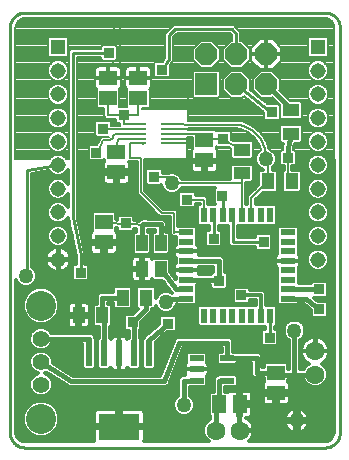
<source format=gtl>
G75*
%MOIN*%
%OFA0B0*%
%FSLAX25Y25*%
%IPPOS*%
%LPD*%
%AMOC8*
5,1,8,0,0,1.08239X$1,22.5*
%
%ADD10C,0.01000*%
%ADD11R,0.05906X0.05118*%
%ADD12R,0.05118X0.05906*%
%ADD13R,0.04724X0.02165*%
%ADD14R,0.07400X0.07400*%
%ADD15OC8,0.07400*%
%ADD16C,0.05000*%
%ADD17R,0.04331X0.05512*%
%ADD18R,0.05512X0.04331*%
%ADD19R,0.03937X0.05512*%
%ADD20R,0.05000X0.02200*%
%ADD21R,0.02200X0.05000*%
%ADD22R,0.02362X0.08661*%
%ADD23R,0.13780X0.08661*%
%ADD24R,0.05150X0.05150*%
%ADD25C,0.05150*%
%ADD26C,0.06299*%
%ADD27C,0.05600*%
%ADD28C,0.10000*%
%ADD29R,0.02362X0.00886*%
%ADD30C,0.01200*%
%ADD31C,0.00709*%
%ADD32R,0.03562X0.03562*%
%ADD33C,0.00669*%
%ADD34C,0.01600*%
D10*
X0018376Y0007817D02*
X0018376Y0142817D01*
X0018378Y0142957D01*
X0018384Y0143097D01*
X0018394Y0143237D01*
X0018407Y0143377D01*
X0018425Y0143516D01*
X0018447Y0143655D01*
X0018472Y0143792D01*
X0018501Y0143930D01*
X0018534Y0144066D01*
X0018571Y0144201D01*
X0018612Y0144335D01*
X0018657Y0144468D01*
X0018705Y0144600D01*
X0018757Y0144730D01*
X0018812Y0144859D01*
X0018871Y0144986D01*
X0018934Y0145112D01*
X0019000Y0145236D01*
X0019069Y0145357D01*
X0019142Y0145477D01*
X0019219Y0145595D01*
X0019298Y0145710D01*
X0019381Y0145824D01*
X0019467Y0145934D01*
X0019556Y0146043D01*
X0019648Y0146149D01*
X0019743Y0146252D01*
X0019840Y0146353D01*
X0019941Y0146450D01*
X0020044Y0146545D01*
X0020150Y0146637D01*
X0020259Y0146726D01*
X0020369Y0146812D01*
X0020483Y0146895D01*
X0020598Y0146974D01*
X0020716Y0147051D01*
X0020836Y0147124D01*
X0020957Y0147193D01*
X0021081Y0147259D01*
X0021207Y0147322D01*
X0021334Y0147381D01*
X0021463Y0147436D01*
X0021593Y0147488D01*
X0021725Y0147536D01*
X0021858Y0147581D01*
X0021992Y0147622D01*
X0022127Y0147659D01*
X0022263Y0147692D01*
X0022401Y0147721D01*
X0022538Y0147746D01*
X0022677Y0147768D01*
X0022816Y0147786D01*
X0022956Y0147799D01*
X0023096Y0147809D01*
X0023236Y0147815D01*
X0023376Y0147817D01*
X0123376Y0147817D01*
X0123516Y0147815D01*
X0123656Y0147809D01*
X0123796Y0147799D01*
X0123936Y0147786D01*
X0124075Y0147768D01*
X0124214Y0147746D01*
X0124351Y0147721D01*
X0124489Y0147692D01*
X0124625Y0147659D01*
X0124760Y0147622D01*
X0124894Y0147581D01*
X0125027Y0147536D01*
X0125159Y0147488D01*
X0125289Y0147436D01*
X0125418Y0147381D01*
X0125545Y0147322D01*
X0125671Y0147259D01*
X0125795Y0147193D01*
X0125916Y0147124D01*
X0126036Y0147051D01*
X0126154Y0146974D01*
X0126269Y0146895D01*
X0126383Y0146812D01*
X0126493Y0146726D01*
X0126602Y0146637D01*
X0126708Y0146545D01*
X0126811Y0146450D01*
X0126912Y0146353D01*
X0127009Y0146252D01*
X0127104Y0146149D01*
X0127196Y0146043D01*
X0127285Y0145934D01*
X0127371Y0145824D01*
X0127454Y0145710D01*
X0127533Y0145595D01*
X0127610Y0145477D01*
X0127683Y0145357D01*
X0127752Y0145236D01*
X0127818Y0145112D01*
X0127881Y0144986D01*
X0127940Y0144859D01*
X0127995Y0144730D01*
X0128047Y0144600D01*
X0128095Y0144468D01*
X0128140Y0144335D01*
X0128181Y0144201D01*
X0128218Y0144066D01*
X0128251Y0143930D01*
X0128280Y0143792D01*
X0128305Y0143655D01*
X0128327Y0143516D01*
X0128345Y0143377D01*
X0128358Y0143237D01*
X0128368Y0143097D01*
X0128374Y0142957D01*
X0128376Y0142817D01*
X0128376Y0007817D01*
X0128374Y0007677D01*
X0128368Y0007537D01*
X0128358Y0007397D01*
X0128345Y0007257D01*
X0128327Y0007118D01*
X0128305Y0006979D01*
X0128280Y0006842D01*
X0128251Y0006704D01*
X0128218Y0006568D01*
X0128181Y0006433D01*
X0128140Y0006299D01*
X0128095Y0006166D01*
X0128047Y0006034D01*
X0127995Y0005904D01*
X0127940Y0005775D01*
X0127881Y0005648D01*
X0127818Y0005522D01*
X0127752Y0005398D01*
X0127683Y0005277D01*
X0127610Y0005157D01*
X0127533Y0005039D01*
X0127454Y0004924D01*
X0127371Y0004810D01*
X0127285Y0004700D01*
X0127196Y0004591D01*
X0127104Y0004485D01*
X0127009Y0004382D01*
X0126912Y0004281D01*
X0126811Y0004184D01*
X0126708Y0004089D01*
X0126602Y0003997D01*
X0126493Y0003908D01*
X0126383Y0003822D01*
X0126269Y0003739D01*
X0126154Y0003660D01*
X0126036Y0003583D01*
X0125916Y0003510D01*
X0125795Y0003441D01*
X0125671Y0003375D01*
X0125545Y0003312D01*
X0125418Y0003253D01*
X0125289Y0003198D01*
X0125159Y0003146D01*
X0125027Y0003098D01*
X0124894Y0003053D01*
X0124760Y0003012D01*
X0124625Y0002975D01*
X0124489Y0002942D01*
X0124351Y0002913D01*
X0124214Y0002888D01*
X0124075Y0002866D01*
X0123936Y0002848D01*
X0123796Y0002835D01*
X0123656Y0002825D01*
X0123516Y0002819D01*
X0123376Y0002817D01*
X0023376Y0002817D01*
X0023236Y0002819D01*
X0023096Y0002825D01*
X0022956Y0002835D01*
X0022816Y0002848D01*
X0022677Y0002866D01*
X0022538Y0002888D01*
X0022401Y0002913D01*
X0022263Y0002942D01*
X0022127Y0002975D01*
X0021992Y0003012D01*
X0021858Y0003053D01*
X0021725Y0003098D01*
X0021593Y0003146D01*
X0021463Y0003198D01*
X0021334Y0003253D01*
X0021207Y0003312D01*
X0021081Y0003375D01*
X0020957Y0003441D01*
X0020836Y0003510D01*
X0020716Y0003583D01*
X0020598Y0003660D01*
X0020483Y0003739D01*
X0020369Y0003822D01*
X0020259Y0003908D01*
X0020150Y0003997D01*
X0020044Y0004089D01*
X0019941Y0004184D01*
X0019840Y0004281D01*
X0019743Y0004382D01*
X0019648Y0004485D01*
X0019556Y0004591D01*
X0019467Y0004700D01*
X0019381Y0004810D01*
X0019298Y0004924D01*
X0019219Y0005039D01*
X0019142Y0005157D01*
X0019069Y0005277D01*
X0019000Y0005398D01*
X0018934Y0005522D01*
X0018871Y0005648D01*
X0018812Y0005775D01*
X0018757Y0005904D01*
X0018705Y0006034D01*
X0018657Y0006166D01*
X0018612Y0006299D01*
X0018571Y0006433D01*
X0018534Y0006568D01*
X0018501Y0006704D01*
X0018472Y0006842D01*
X0018447Y0006979D01*
X0018425Y0007118D01*
X0018407Y0007257D01*
X0018394Y0007397D01*
X0018384Y0007537D01*
X0018378Y0007677D01*
X0018376Y0007817D01*
X0023809Y0060020D02*
X0024057Y0060268D01*
X0024057Y0095391D01*
X0024042Y0095407D01*
X0034456Y0096951D01*
X0039336Y0079589D02*
X0039336Y0134313D01*
X0051447Y0134313D01*
X0069163Y0128802D02*
X0071526Y0132345D01*
X0071526Y0140219D01*
X0073494Y0142187D01*
X0092392Y0142187D01*
X0093848Y0140731D01*
X0093848Y0133920D01*
X0093848Y0123920D02*
X0104433Y0115476D01*
X0105778Y0114628D01*
X0089400Y0086676D02*
X0089242Y0086676D01*
X0089400Y0086676D02*
X0089400Y0080387D01*
X0092549Y0080387D02*
X0092785Y0080150D01*
X0092785Y0071321D01*
X0103022Y0071321D01*
X0098888Y0080387D02*
X0098848Y0080387D01*
X0086358Y0080387D02*
X0086358Y0072482D01*
X0086250Y0080387D02*
X0086358Y0080387D01*
X0077645Y0108937D02*
X0077825Y0109117D01*
X0039336Y0079589D02*
X0041998Y0066991D01*
X0041998Y0061085D01*
X0104990Y0039431D02*
X0105148Y0039431D01*
X0105148Y0046587D01*
D11*
X0107156Y0027739D03*
X0107156Y0021046D03*
X0049734Y0071172D03*
X0049734Y0077865D03*
X0053875Y0094567D03*
X0053875Y0101260D03*
X0051089Y0119291D03*
X0051089Y0125984D03*
X0061180Y0125976D03*
X0061180Y0119283D03*
X0083243Y0105228D03*
X0083243Y0098535D03*
D12*
X0088258Y0017266D03*
X0094951Y0017266D03*
D13*
X0090896Y0025140D03*
X0090896Y0032620D03*
X0080659Y0032620D03*
X0080659Y0028880D03*
X0080659Y0025140D03*
D14*
X0083848Y0123920D03*
D15*
X0083848Y0133920D03*
X0093848Y0133920D03*
X0093848Y0123920D03*
X0103848Y0123920D03*
X0103848Y0133920D03*
D16*
X0103684Y0098960D03*
X0072407Y0090908D03*
X0070398Y0051304D03*
X0076486Y0016951D03*
X0114045Y0011872D03*
X0113258Y0041794D03*
X0023809Y0060020D03*
D17*
X0041368Y0046872D03*
X0049242Y0046872D03*
X0055935Y0052778D03*
X0063809Y0052778D03*
X0104502Y0091588D03*
X0112376Y0091588D03*
D18*
X0112077Y0107463D03*
X0112077Y0115337D03*
X0095782Y0102105D03*
X0095782Y0094231D03*
D19*
X0068691Y0070967D03*
X0062392Y0070967D03*
X0062392Y0062306D03*
X0068691Y0062306D03*
D20*
X0077224Y0061912D03*
X0077224Y0065061D03*
X0077224Y0068211D03*
X0077224Y0071361D03*
X0077224Y0074510D03*
X0077224Y0058762D03*
X0077224Y0055613D03*
X0077224Y0052463D03*
X0111024Y0052463D03*
X0111024Y0055613D03*
X0111024Y0058762D03*
X0111024Y0061912D03*
X0111024Y0065061D03*
X0111024Y0068211D03*
X0111024Y0071361D03*
X0111024Y0074510D03*
D21*
X0105148Y0080387D03*
X0101998Y0080387D03*
X0098848Y0080387D03*
X0095699Y0080387D03*
X0092549Y0080387D03*
X0089400Y0080387D03*
X0086250Y0080387D03*
X0083100Y0080387D03*
X0083100Y0046587D03*
X0086250Y0046587D03*
X0089400Y0046587D03*
X0092549Y0046587D03*
X0095699Y0046587D03*
X0098848Y0046587D03*
X0101998Y0046587D03*
X0105148Y0046587D03*
D22*
X0064833Y0034195D03*
X0059833Y0034195D03*
X0054833Y0034195D03*
X0049833Y0034195D03*
X0044833Y0034195D03*
D23*
X0054833Y0009786D03*
D24*
X0034456Y0136321D03*
X0121053Y0136321D03*
D25*
X0121053Y0128447D03*
X0121053Y0120573D03*
X0121053Y0112699D03*
X0121053Y0104825D03*
X0121053Y0096951D03*
X0121053Y0089077D03*
X0121053Y0081203D03*
X0121053Y0073329D03*
X0121053Y0065455D03*
X0034456Y0065455D03*
X0034456Y0073329D03*
X0034456Y0081203D03*
X0034456Y0089077D03*
X0034456Y0096951D03*
X0034456Y0104825D03*
X0034456Y0112699D03*
X0034456Y0120573D03*
X0034456Y0128447D03*
D26*
X0120187Y0034983D03*
X0120187Y0027109D03*
X0094951Y0008487D03*
X0087077Y0008487D03*
D27*
X0028809Y0023762D03*
X0028809Y0031243D03*
X0028809Y0039117D03*
D28*
X0028809Y0050140D03*
X0028809Y0012345D03*
D29*
X0062726Y0104212D03*
X0062726Y0105787D03*
X0062726Y0107362D03*
X0062726Y0108937D03*
X0062726Y0110511D03*
X0069813Y0110511D03*
X0069813Y0108937D03*
X0069813Y0107362D03*
X0069813Y0105787D03*
X0069813Y0104212D03*
D30*
X0068644Y0095856D02*
X0064171Y0095856D01*
X0063526Y0095212D01*
X0063526Y0090738D01*
X0064171Y0090094D01*
X0068644Y0090094D01*
X0068807Y0090256D01*
X0068807Y0090192D01*
X0069355Y0088869D01*
X0070368Y0087856D01*
X0071691Y0087308D01*
X0073123Y0087308D01*
X0074446Y0087856D01*
X0075459Y0088869D01*
X0075703Y0089458D01*
X0086921Y0089472D01*
X0086361Y0088912D01*
X0086361Y0084439D01*
X0086813Y0083987D01*
X0084694Y0083987D01*
X0084675Y0083967D01*
X0084656Y0083987D01*
X0084555Y0083987D01*
X0084555Y0086097D01*
X0083703Y0086949D01*
X0080312Y0086949D01*
X0080312Y0087731D01*
X0079668Y0088376D01*
X0075194Y0088376D01*
X0074550Y0087731D01*
X0074550Y0083258D01*
X0075194Y0082613D01*
X0079668Y0082613D01*
X0080312Y0083258D01*
X0080312Y0084040D01*
X0081646Y0084040D01*
X0081646Y0083987D01*
X0081545Y0083987D01*
X0080900Y0083342D01*
X0080900Y0077431D01*
X0081545Y0076787D01*
X0084656Y0076787D01*
X0084675Y0076806D01*
X0084694Y0076787D01*
X0084758Y0076787D01*
X0084758Y0075363D01*
X0084121Y0075363D01*
X0083477Y0074719D01*
X0083477Y0070246D01*
X0084121Y0069601D01*
X0088594Y0069601D01*
X0089239Y0070246D01*
X0089239Y0074719D01*
X0088594Y0075363D01*
X0087958Y0075363D01*
X0087958Y0076787D01*
X0090955Y0076787D01*
X0090974Y0076806D01*
X0090994Y0076787D01*
X0091185Y0076787D01*
X0091185Y0070659D01*
X0092123Y0069721D01*
X0100141Y0069721D01*
X0100141Y0069085D01*
X0100785Y0068440D01*
X0105258Y0068440D01*
X0105903Y0069085D01*
X0105903Y0073558D01*
X0105258Y0074202D01*
X0100785Y0074202D01*
X0100141Y0073558D01*
X0100141Y0072921D01*
X0094385Y0072921D01*
X0094385Y0076787D01*
X0097254Y0076787D01*
X0097274Y0076806D01*
X0097293Y0076787D01*
X0100404Y0076787D01*
X0100423Y0076806D01*
X0100442Y0076787D01*
X0103554Y0076787D01*
X0103573Y0076806D01*
X0103592Y0076787D01*
X0106703Y0076787D01*
X0107348Y0077431D01*
X0107348Y0083342D01*
X0106703Y0083987D01*
X0103592Y0083987D01*
X0103573Y0083967D01*
X0103554Y0083987D01*
X0100442Y0083987D01*
X0100423Y0083967D01*
X0100404Y0083987D01*
X0100283Y0083987D01*
X0100283Y0085341D01*
X0102675Y0087732D01*
X0107123Y0087732D01*
X0107767Y0088377D01*
X0107767Y0094800D01*
X0107123Y0095444D01*
X0105937Y0095444D01*
X0105937Y0096121D01*
X0106736Y0096921D01*
X0107284Y0098244D01*
X0107284Y0098722D01*
X0108190Y0098726D01*
X0108190Y0097255D01*
X0108835Y0096611D01*
X0109637Y0096611D01*
X0109637Y0095326D01*
X0109111Y0094800D01*
X0109111Y0088377D01*
X0109755Y0087732D01*
X0114997Y0087732D01*
X0115641Y0088377D01*
X0115641Y0094800D01*
X0114997Y0095444D01*
X0112506Y0095444D01*
X0112506Y0096611D01*
X0113308Y0096611D01*
X0113952Y0097255D01*
X0113952Y0098746D01*
X0117825Y0098760D01*
X0117378Y0097682D01*
X0117378Y0096220D01*
X0117938Y0094870D01*
X0118972Y0093836D01*
X0120322Y0093276D01*
X0121784Y0093276D01*
X0123135Y0093836D01*
X0124168Y0094870D01*
X0124728Y0096220D01*
X0124728Y0097682D01*
X0124272Y0098782D01*
X0126276Y0098789D01*
X0126276Y0007817D01*
X0126220Y0007252D01*
X0125787Y0006206D01*
X0124987Y0005406D01*
X0123942Y0004973D01*
X0123376Y0004917D01*
X0098098Y0004917D01*
X0098574Y0005392D01*
X0099013Y0005997D01*
X0099352Y0006663D01*
X0099583Y0007374D01*
X0099700Y0008113D01*
X0099700Y0008398D01*
X0095040Y0008398D01*
X0095040Y0008576D01*
X0094862Y0008576D01*
X0094862Y0013236D01*
X0094577Y0013236D01*
X0094351Y0013200D01*
X0094351Y0016666D01*
X0095551Y0016666D01*
X0095551Y0017866D01*
X0099110Y0017866D01*
X0099110Y0020430D01*
X0099001Y0020836D01*
X0098790Y0021201D01*
X0098492Y0021499D01*
X0098127Y0021710D01*
X0097720Y0021819D01*
X0095551Y0021819D01*
X0095551Y0017866D01*
X0094351Y0017866D01*
X0094351Y0021819D01*
X0092181Y0021819D01*
X0091774Y0021710D01*
X0091409Y0021499D01*
X0091229Y0021319D01*
X0090158Y0021319D01*
X0090158Y0022957D01*
X0093714Y0022957D01*
X0094358Y0023602D01*
X0094358Y0026678D01*
X0093714Y0027323D01*
X0088078Y0027323D01*
X0087795Y0027040D01*
X0087471Y0027040D01*
X0086358Y0025927D01*
X0086358Y0021319D01*
X0085243Y0021319D01*
X0084599Y0020675D01*
X0084599Y0013858D01*
X0085177Y0013280D01*
X0085177Y0012299D01*
X0084670Y0012089D01*
X0083474Y0010894D01*
X0082827Y0009332D01*
X0082827Y0007641D01*
X0083474Y0006079D01*
X0084636Y0004917D01*
X0063235Y0004917D01*
X0063322Y0005244D01*
X0063322Y0009186D01*
X0055433Y0009186D01*
X0055433Y0010386D01*
X0063322Y0010386D01*
X0063322Y0014327D01*
X0063213Y0014734D01*
X0063003Y0015099D01*
X0062705Y0015397D01*
X0062340Y0015607D01*
X0061933Y0015717D01*
X0055433Y0015717D01*
X0055433Y0010386D01*
X0054233Y0010386D01*
X0054233Y0015717D01*
X0047732Y0015717D01*
X0047325Y0015607D01*
X0046960Y0015397D01*
X0046663Y0015099D01*
X0046452Y0014734D01*
X0046343Y0014327D01*
X0046343Y0010386D01*
X0054233Y0010386D01*
X0054233Y0009186D01*
X0046343Y0009186D01*
X0046343Y0005244D01*
X0046431Y0004917D01*
X0023376Y0004917D01*
X0022810Y0004973D01*
X0021765Y0005406D01*
X0020965Y0006206D01*
X0020532Y0007252D01*
X0020476Y0007817D01*
X0020476Y0058660D01*
X0020757Y0057981D01*
X0021770Y0056968D01*
X0023093Y0056420D01*
X0024525Y0056420D01*
X0025848Y0056968D01*
X0026861Y0057981D01*
X0027409Y0059304D01*
X0027409Y0060736D01*
X0026861Y0062059D01*
X0025848Y0063072D01*
X0025657Y0063151D01*
X0025657Y0094029D01*
X0031340Y0094872D01*
X0031341Y0094870D01*
X0032375Y0093836D01*
X0033725Y0093276D01*
X0035187Y0093276D01*
X0036538Y0093836D01*
X0037571Y0094870D01*
X0037736Y0095266D01*
X0037736Y0090762D01*
X0037571Y0091159D01*
X0036538Y0092193D01*
X0035187Y0092752D01*
X0033725Y0092752D01*
X0032375Y0092193D01*
X0031341Y0091159D01*
X0030781Y0089808D01*
X0030781Y0088346D01*
X0031341Y0086996D01*
X0032375Y0085962D01*
X0033725Y0085402D01*
X0035187Y0085402D01*
X0036538Y0085962D01*
X0037571Y0086996D01*
X0037736Y0087392D01*
X0037736Y0082888D01*
X0037571Y0083285D01*
X0036538Y0084318D01*
X0035187Y0084878D01*
X0033725Y0084878D01*
X0032375Y0084318D01*
X0031341Y0083285D01*
X0030781Y0081934D01*
X0030781Y0080472D01*
X0031341Y0079122D01*
X0032375Y0078088D01*
X0033725Y0077528D01*
X0035187Y0077528D01*
X0036538Y0078088D01*
X0037571Y0079122D01*
X0037722Y0079486D01*
X0037736Y0079422D01*
X0037736Y0078926D01*
X0037869Y0078793D01*
X0040398Y0066823D01*
X0040398Y0063966D01*
X0039761Y0063966D01*
X0039117Y0063322D01*
X0039117Y0058848D01*
X0039761Y0058204D01*
X0044235Y0058204D01*
X0044879Y0058848D01*
X0044879Y0063322D01*
X0044235Y0063966D01*
X0043598Y0063966D01*
X0043598Y0066516D01*
X0043700Y0066673D01*
X0043598Y0067158D01*
X0043598Y0067653D01*
X0043465Y0067786D01*
X0040936Y0079756D01*
X0040936Y0098489D01*
X0044699Y0098502D01*
X0045001Y0098199D01*
X0049475Y0098199D01*
X0049795Y0098520D01*
X0049822Y0098520D01*
X0049822Y0098289D01*
X0049642Y0098109D01*
X0049431Y0097744D01*
X0049322Y0097337D01*
X0049322Y0095167D01*
X0053275Y0095167D01*
X0053275Y0093967D01*
X0054475Y0093967D01*
X0054475Y0090408D01*
X0057038Y0090408D01*
X0057445Y0090517D01*
X0057810Y0090728D01*
X0058108Y0091026D01*
X0058319Y0091391D01*
X0058428Y0091798D01*
X0058428Y0093967D01*
X0054475Y0093967D01*
X0054475Y0095167D01*
X0058428Y0095167D01*
X0058428Y0097337D01*
X0058319Y0097744D01*
X0058263Y0097839D01*
X0060642Y0097839D01*
X0060642Y0088479D01*
X0060622Y0088459D01*
X0060622Y0087254D01*
X0067488Y0080388D01*
X0068340Y0079536D01*
X0071666Y0079536D01*
X0071666Y0074272D01*
X0071115Y0074823D01*
X0070591Y0074823D01*
X0070591Y0076361D01*
X0070670Y0076440D01*
X0070670Y0078014D01*
X0069557Y0079127D01*
X0064376Y0079127D01*
X0064163Y0079339D01*
X0062589Y0079339D01*
X0062376Y0079127D01*
X0062077Y0079127D01*
X0061423Y0078473D01*
X0059896Y0078640D01*
X0059896Y0079749D01*
X0059252Y0080393D01*
X0054778Y0080393D01*
X0054134Y0079749D01*
X0054134Y0078808D01*
X0053786Y0078848D01*
X0053786Y0080880D01*
X0053142Y0081524D01*
X0046325Y0081524D01*
X0045681Y0080880D01*
X0045681Y0074894D01*
X0045500Y0074714D01*
X0045290Y0074349D01*
X0045181Y0073942D01*
X0045181Y0071772D01*
X0049133Y0071772D01*
X0049133Y0070572D01*
X0045181Y0070572D01*
X0045181Y0068402D01*
X0045290Y0067995D01*
X0045500Y0067631D01*
X0045798Y0067333D01*
X0046163Y0067122D01*
X0046570Y0067013D01*
X0049134Y0067013D01*
X0049134Y0070572D01*
X0050333Y0070572D01*
X0050333Y0067013D01*
X0052897Y0067013D01*
X0053304Y0067122D01*
X0053669Y0067333D01*
X0053967Y0067631D01*
X0054177Y0067995D01*
X0054286Y0068402D01*
X0054286Y0070572D01*
X0050334Y0070572D01*
X0050334Y0071772D01*
X0054286Y0071772D01*
X0054286Y0073942D01*
X0054177Y0074349D01*
X0053967Y0074714D01*
X0053786Y0074894D01*
X0053786Y0075960D01*
X0054134Y0075920D01*
X0054134Y0075275D01*
X0054778Y0074631D01*
X0059252Y0074631D01*
X0059896Y0075275D01*
X0059896Y0075754D01*
X0060570Y0075680D01*
X0060570Y0074823D01*
X0059968Y0074823D01*
X0059323Y0074178D01*
X0059323Y0067755D01*
X0059968Y0067111D01*
X0064816Y0067111D01*
X0065460Y0067755D01*
X0065460Y0074178D01*
X0064816Y0074823D01*
X0064370Y0074823D01*
X0064370Y0075327D01*
X0066791Y0075327D01*
X0066791Y0074823D01*
X0066267Y0074823D01*
X0065622Y0074178D01*
X0065622Y0067755D01*
X0066267Y0067111D01*
X0071115Y0067111D01*
X0071759Y0067755D01*
X0071759Y0073783D01*
X0072506Y0073036D01*
X0073624Y0073036D01*
X0073624Y0072955D01*
X0073643Y0072935D01*
X0073624Y0072916D01*
X0073624Y0070474D01*
X0073444Y0070293D01*
X0073233Y0069929D01*
X0073124Y0069522D01*
X0073124Y0068211D01*
X0073124Y0066900D01*
X0073233Y0066493D01*
X0073444Y0066129D01*
X0073624Y0065948D01*
X0073624Y0064175D01*
X0073444Y0063994D01*
X0073233Y0063629D01*
X0073124Y0063222D01*
X0073124Y0061912D01*
X0077224Y0061912D01*
X0077224Y0061912D01*
X0081324Y0061912D01*
X0081324Y0063161D01*
X0086161Y0063161D01*
X0086161Y0061210D01*
X0085824Y0061210D01*
X0085276Y0060662D01*
X0081324Y0060662D01*
X0081324Y0061912D01*
X0077224Y0061912D01*
X0077224Y0061912D01*
X0073124Y0061912D01*
X0073124Y0060601D01*
X0073233Y0060194D01*
X0073444Y0059829D01*
X0073624Y0059649D01*
X0073624Y0058982D01*
X0071759Y0061421D01*
X0071759Y0065517D01*
X0071115Y0066161D01*
X0066267Y0066161D01*
X0065827Y0065721D01*
X0065641Y0066044D01*
X0065343Y0066342D01*
X0064978Y0066552D01*
X0064571Y0066661D01*
X0062776Y0066661D01*
X0062776Y0062690D01*
X0062007Y0062690D01*
X0062007Y0061921D01*
X0058823Y0061921D01*
X0058823Y0059339D01*
X0058932Y0058932D01*
X0059143Y0058567D01*
X0059441Y0058269D01*
X0059806Y0058059D01*
X0060213Y0057950D01*
X0062007Y0057950D01*
X0062007Y0061921D01*
X0062776Y0061921D01*
X0062776Y0057950D01*
X0064571Y0057950D01*
X0064978Y0058059D01*
X0065343Y0058269D01*
X0065641Y0058567D01*
X0065827Y0058890D01*
X0066267Y0058450D01*
X0069248Y0058450D01*
X0071909Y0054969D01*
X0071909Y0054826D01*
X0072338Y0054397D01*
X0071114Y0054904D01*
X0069682Y0054904D01*
X0068359Y0054356D01*
X0067346Y0053343D01*
X0067074Y0052687D01*
X0067074Y0055989D01*
X0066430Y0056634D01*
X0061188Y0056634D01*
X0060544Y0055989D01*
X0060544Y0049566D01*
X0061097Y0049013D01*
X0059515Y0047431D01*
X0057084Y0047431D01*
X0056440Y0046786D01*
X0056440Y0042313D01*
X0057084Y0041669D01*
X0057933Y0041669D01*
X0057933Y0039363D01*
X0057552Y0038982D01*
X0057552Y0038969D01*
X0057505Y0039144D01*
X0057294Y0039508D01*
X0056996Y0039806D01*
X0056631Y0040017D01*
X0056224Y0040126D01*
X0054833Y0040126D01*
X0054833Y0034195D01*
X0054833Y0028265D01*
X0056224Y0028265D01*
X0056631Y0028374D01*
X0056996Y0028584D01*
X0057294Y0028882D01*
X0057505Y0029247D01*
X0057552Y0029422D01*
X0057552Y0029409D01*
X0058196Y0028765D01*
X0061469Y0028765D01*
X0062114Y0029409D01*
X0062114Y0038982D01*
X0061733Y0039363D01*
X0061733Y0041844D01*
X0062202Y0042313D01*
X0062202Y0044744D01*
X0064596Y0047138D01*
X0065709Y0048251D01*
X0065709Y0048922D01*
X0066430Y0048922D01*
X0067074Y0049566D01*
X0067074Y0049921D01*
X0067346Y0049265D01*
X0068359Y0048252D01*
X0069682Y0047704D01*
X0071114Y0047704D01*
X0072437Y0048252D01*
X0073450Y0049265D01*
X0073982Y0050549D01*
X0074268Y0050263D01*
X0080180Y0050263D01*
X0080824Y0050907D01*
X0080824Y0054019D01*
X0080805Y0054038D01*
X0080824Y0054057D01*
X0080824Y0056862D01*
X0085180Y0056862D01*
X0085180Y0056092D01*
X0085824Y0055448D01*
X0090298Y0055448D01*
X0090942Y0056092D01*
X0090942Y0060566D01*
X0090298Y0061210D01*
X0089961Y0061210D01*
X0089961Y0065809D01*
X0088848Y0066922D01*
X0088809Y0066961D01*
X0081324Y0066961D01*
X0081324Y0068211D01*
X0077224Y0068211D01*
X0073124Y0068211D01*
X0077224Y0068211D01*
X0077224Y0068211D01*
X0077224Y0068211D01*
X0081324Y0068211D01*
X0081324Y0069522D01*
X0081215Y0069929D01*
X0081004Y0070293D01*
X0080824Y0070474D01*
X0080824Y0072916D01*
X0080805Y0072935D01*
X0080824Y0072955D01*
X0080824Y0076066D01*
X0080180Y0076710D01*
X0074535Y0076710D01*
X0074535Y0080369D01*
X0074555Y0080388D01*
X0074555Y0081593D01*
X0073703Y0082445D01*
X0069545Y0082445D01*
X0063511Y0088479D01*
X0063511Y0098568D01*
X0082643Y0098636D01*
X0082643Y0097935D01*
X0083843Y0097935D01*
X0083843Y0094376D01*
X0086406Y0094376D01*
X0086813Y0094485D01*
X0087178Y0094696D01*
X0087476Y0094994D01*
X0087687Y0095359D01*
X0087796Y0095766D01*
X0087796Y0097935D01*
X0083843Y0097935D01*
X0083843Y0098640D01*
X0100084Y0098697D01*
X0100084Y0098244D01*
X0100632Y0096921D01*
X0101645Y0095908D01*
X0102766Y0095444D01*
X0101881Y0095444D01*
X0101237Y0094800D01*
X0101237Y0090352D01*
X0098254Y0087369D01*
X0097414Y0086529D01*
X0097414Y0083987D01*
X0097293Y0083987D01*
X0097274Y0083967D01*
X0097254Y0083987D01*
X0097153Y0083987D01*
X0097153Y0088934D01*
X0097201Y0090316D01*
X0097222Y0090337D01*
X0097222Y0090914D01*
X0097223Y0090966D01*
X0098994Y0090966D01*
X0099638Y0091610D01*
X0099638Y0096852D01*
X0098994Y0097496D01*
X0092571Y0097496D01*
X0091926Y0096852D01*
X0091926Y0092387D01*
X0075699Y0092367D01*
X0075459Y0092947D01*
X0074446Y0093960D01*
X0073418Y0094386D01*
X0073395Y0094409D01*
X0073361Y0094409D01*
X0073123Y0094508D01*
X0071691Y0094508D01*
X0071452Y0094409D01*
X0069289Y0094409D01*
X0069289Y0095212D01*
X0068644Y0095856D01*
X0069289Y0095103D02*
X0078947Y0095103D01*
X0079010Y0094994D02*
X0079308Y0094696D01*
X0079673Y0094485D01*
X0080080Y0094376D01*
X0082643Y0094376D01*
X0082643Y0097935D01*
X0078690Y0097935D01*
X0078690Y0095766D01*
X0078799Y0095359D01*
X0079010Y0094994D01*
X0078690Y0096301D02*
X0063511Y0096301D01*
X0063511Y0095103D02*
X0063526Y0095103D01*
X0063511Y0093904D02*
X0063526Y0093904D01*
X0063511Y0092706D02*
X0063526Y0092706D01*
X0063511Y0091507D02*
X0063526Y0091507D01*
X0063511Y0090309D02*
X0063956Y0090309D01*
X0063511Y0089110D02*
X0069255Y0089110D01*
X0070312Y0087912D02*
X0064079Y0087912D01*
X0065277Y0086713D02*
X0074550Y0086713D01*
X0074550Y0085515D02*
X0066476Y0085515D01*
X0067674Y0084316D02*
X0074550Y0084316D01*
X0074690Y0083118D02*
X0068873Y0083118D01*
X0067156Y0080721D02*
X0053786Y0080721D01*
X0053786Y0079522D02*
X0054134Y0079522D01*
X0054078Y0075927D02*
X0053786Y0075927D01*
X0053952Y0074728D02*
X0054681Y0074728D01*
X0054286Y0073529D02*
X0059323Y0073529D01*
X0059323Y0072331D02*
X0054286Y0072331D01*
X0054286Y0069934D02*
X0059323Y0069934D01*
X0059323Y0071132D02*
X0050334Y0071132D01*
X0050333Y0069934D02*
X0049134Y0069934D01*
X0049133Y0071132D02*
X0042758Y0071132D01*
X0043011Y0069934D02*
X0045181Y0069934D01*
X0045181Y0068735D02*
X0043265Y0068735D01*
X0043598Y0067537D02*
X0045594Y0067537D01*
X0043598Y0066338D02*
X0059437Y0066338D01*
X0059441Y0066342D02*
X0059143Y0066044D01*
X0058932Y0065679D01*
X0058823Y0065272D01*
X0058823Y0062690D01*
X0062007Y0062690D01*
X0062007Y0066661D01*
X0060213Y0066661D01*
X0059806Y0066552D01*
X0059441Y0066342D01*
X0059542Y0067537D02*
X0053873Y0067537D01*
X0054286Y0068735D02*
X0059323Y0068735D01*
X0062007Y0066338D02*
X0062776Y0066338D01*
X0062776Y0065140D02*
X0062007Y0065140D01*
X0062007Y0063941D02*
X0062776Y0063941D01*
X0062776Y0062743D02*
X0062007Y0062743D01*
X0062007Y0061544D02*
X0062776Y0061544D01*
X0062776Y0060346D02*
X0062007Y0060346D01*
X0062007Y0059147D02*
X0062776Y0059147D01*
X0060544Y0055552D02*
X0059200Y0055552D01*
X0059200Y0055989D02*
X0058556Y0056634D01*
X0053314Y0056634D01*
X0052670Y0055989D01*
X0052670Y0054678D01*
X0048455Y0054678D01*
X0047342Y0053565D01*
X0047342Y0050728D01*
X0046621Y0050728D01*
X0045977Y0050084D01*
X0045977Y0043661D01*
X0046621Y0043017D01*
X0047933Y0043017D01*
X0047933Y0039363D01*
X0047552Y0038982D01*
X0047552Y0029409D01*
X0048196Y0028765D01*
X0051469Y0028765D01*
X0052114Y0029409D01*
X0052114Y0029422D01*
X0052161Y0029247D01*
X0052371Y0028882D01*
X0052669Y0028584D01*
X0053034Y0028374D01*
X0053441Y0028265D01*
X0054833Y0028265D01*
X0054833Y0034195D01*
X0054833Y0034195D01*
X0054833Y0034195D01*
X0054833Y0040126D01*
X0053441Y0040126D01*
X0053034Y0040017D01*
X0052669Y0039806D01*
X0052371Y0039508D01*
X0052161Y0039144D01*
X0052114Y0038969D01*
X0052114Y0038982D01*
X0051733Y0039363D01*
X0051733Y0043017D01*
X0051863Y0043017D01*
X0052507Y0043661D01*
X0052507Y0050084D01*
X0051863Y0050728D01*
X0051142Y0050728D01*
X0051142Y0050878D01*
X0052670Y0050878D01*
X0052670Y0049566D01*
X0053314Y0048922D01*
X0058556Y0048922D01*
X0059200Y0049566D01*
X0059200Y0055989D01*
X0059200Y0054353D02*
X0060544Y0054353D01*
X0060544Y0053155D02*
X0059200Y0053155D01*
X0059200Y0051956D02*
X0060544Y0051956D01*
X0060544Y0050758D02*
X0059200Y0050758D01*
X0059193Y0049559D02*
X0060551Y0049559D01*
X0060445Y0048361D02*
X0052507Y0048361D01*
X0052507Y0049559D02*
X0052677Y0049559D01*
X0052670Y0050758D02*
X0051142Y0050758D01*
X0047342Y0050758D02*
X0044667Y0050758D01*
X0044814Y0050611D02*
X0044516Y0050909D01*
X0044151Y0051119D01*
X0043744Y0051228D01*
X0041851Y0051228D01*
X0041851Y0047355D01*
X0045133Y0047355D01*
X0045133Y0049839D01*
X0045024Y0050246D01*
X0044814Y0050611D01*
X0045133Y0049559D02*
X0045977Y0049559D01*
X0045977Y0048361D02*
X0045133Y0048361D01*
X0045977Y0047162D02*
X0041851Y0047162D01*
X0041851Y0047355D02*
X0041851Y0046390D01*
X0045133Y0046390D01*
X0045133Y0043906D01*
X0045024Y0043499D01*
X0044814Y0043134D01*
X0044516Y0042836D01*
X0044151Y0042626D01*
X0043744Y0042517D01*
X0041851Y0042517D01*
X0041851Y0046390D01*
X0040885Y0046390D01*
X0037603Y0046390D01*
X0037603Y0043906D01*
X0037712Y0043499D01*
X0037922Y0043134D01*
X0038220Y0042836D01*
X0038585Y0042626D01*
X0038992Y0042517D01*
X0040885Y0042517D01*
X0040885Y0046390D01*
X0040885Y0047355D01*
X0037603Y0047355D01*
X0037603Y0049839D01*
X0037712Y0050246D01*
X0037922Y0050611D01*
X0038220Y0050909D01*
X0038585Y0051119D01*
X0038992Y0051228D01*
X0040885Y0051228D01*
X0040885Y0047355D01*
X0041851Y0047355D01*
X0040885Y0047162D02*
X0034178Y0047162D01*
X0033980Y0046685D02*
X0034909Y0048927D01*
X0034909Y0051354D01*
X0033980Y0053596D01*
X0032264Y0055311D01*
X0030022Y0056240D01*
X0027596Y0056240D01*
X0025354Y0055311D01*
X0023638Y0053596D01*
X0022709Y0051354D01*
X0022709Y0048927D01*
X0023638Y0046685D01*
X0025354Y0044969D01*
X0027596Y0044040D01*
X0030022Y0044040D01*
X0032264Y0044969D01*
X0033980Y0046685D01*
X0033259Y0045964D02*
X0037603Y0045964D01*
X0037603Y0044765D02*
X0031773Y0044765D01*
X0031018Y0042423D02*
X0029585Y0043017D01*
X0028033Y0043017D01*
X0026600Y0042423D01*
X0025503Y0041326D01*
X0024909Y0039892D01*
X0024909Y0038341D01*
X0025503Y0036907D01*
X0026600Y0035810D01*
X0028033Y0035217D01*
X0029585Y0035217D01*
X0031018Y0035810D01*
X0032115Y0036907D01*
X0032243Y0037217D01*
X0042552Y0037217D01*
X0042552Y0029409D01*
X0043196Y0028765D01*
X0046469Y0028765D01*
X0047114Y0029409D01*
X0047114Y0038982D01*
X0046733Y0039363D01*
X0046733Y0039904D01*
X0045620Y0041017D01*
X0032243Y0041017D01*
X0032115Y0041326D01*
X0031018Y0042423D01*
X0031073Y0042368D02*
X0047933Y0042368D01*
X0047933Y0041170D02*
X0032180Y0041170D01*
X0031584Y0036376D02*
X0042552Y0036376D01*
X0042552Y0035177D02*
X0020476Y0035177D01*
X0020476Y0033979D02*
X0026030Y0033979D01*
X0025503Y0033452D02*
X0024909Y0032018D01*
X0024909Y0030467D01*
X0025503Y0029033D01*
X0026600Y0027936D01*
X0027647Y0027502D01*
X0026600Y0027068D01*
X0025503Y0025971D01*
X0024909Y0024538D01*
X0024909Y0022986D01*
X0025503Y0021553D01*
X0026600Y0020456D01*
X0028033Y0019862D01*
X0029585Y0019862D01*
X0031018Y0020456D01*
X0032115Y0021553D01*
X0032709Y0022986D01*
X0032709Y0024538D01*
X0032115Y0025971D01*
X0031018Y0027068D01*
X0029971Y0027502D01*
X0030686Y0027799D01*
X0037653Y0023373D01*
X0038061Y0022965D01*
X0038296Y0022965D01*
X0038494Y0022839D01*
X0039058Y0022965D01*
X0069479Y0022965D01*
X0069883Y0022809D01*
X0070235Y0022965D01*
X0070620Y0022965D01*
X0070926Y0023271D01*
X0071322Y0023446D01*
X0071460Y0023805D01*
X0071733Y0024078D01*
X0071733Y0024511D01*
X0076136Y0035917D01*
X0088996Y0035917D01*
X0088996Y0034803D01*
X0088078Y0034803D01*
X0087433Y0034159D01*
X0087433Y0031082D01*
X0088078Y0030438D01*
X0093714Y0030438D01*
X0094114Y0030839D01*
X0098759Y0030839D01*
X0098759Y0026952D01*
X0099872Y0025839D01*
X0103103Y0025839D01*
X0103103Y0024767D01*
X0102922Y0024587D01*
X0102712Y0024222D01*
X0102603Y0023815D01*
X0102603Y0021646D01*
X0106555Y0021646D01*
X0106555Y0020446D01*
X0102603Y0020446D01*
X0102603Y0018276D01*
X0102712Y0017869D01*
X0102922Y0017504D01*
X0103220Y0017206D01*
X0103585Y0016996D01*
X0103992Y0016887D01*
X0106556Y0016887D01*
X0106556Y0020446D01*
X0107755Y0020446D01*
X0107755Y0016887D01*
X0110319Y0016887D01*
X0110726Y0016996D01*
X0111091Y0017206D01*
X0111389Y0017504D01*
X0111599Y0017869D01*
X0111708Y0018276D01*
X0111708Y0020446D01*
X0107756Y0020446D01*
X0107756Y0021646D01*
X0111708Y0021646D01*
X0111708Y0023815D01*
X0111599Y0024222D01*
X0111389Y0024587D01*
X0111208Y0024767D01*
X0111208Y0025209D01*
X0116374Y0025209D01*
X0116584Y0024701D01*
X0117780Y0023506D01*
X0119342Y0022859D01*
X0121032Y0022859D01*
X0122594Y0023506D01*
X0123790Y0024701D01*
X0124437Y0026263D01*
X0124437Y0027954D01*
X0123790Y0029516D01*
X0122594Y0030711D01*
X0122413Y0030786D01*
X0122676Y0030920D01*
X0123281Y0031360D01*
X0123810Y0031889D01*
X0124249Y0032493D01*
X0124589Y0033159D01*
X0124820Y0033870D01*
X0124937Y0034609D01*
X0124937Y0034894D01*
X0120276Y0034894D01*
X0120276Y0035072D01*
X0120098Y0035072D01*
X0120098Y0039732D01*
X0119813Y0039732D01*
X0119075Y0039615D01*
X0118364Y0039384D01*
X0117698Y0039045D01*
X0117093Y0038605D01*
X0116564Y0038077D01*
X0116125Y0037472D01*
X0115785Y0036806D01*
X0115554Y0036095D01*
X0115437Y0035356D01*
X0115437Y0035072D01*
X0120098Y0035072D01*
X0120098Y0034894D01*
X0115437Y0034894D01*
X0115437Y0034609D01*
X0115554Y0033870D01*
X0115785Y0033159D01*
X0116125Y0032493D01*
X0116564Y0031889D01*
X0117093Y0031360D01*
X0117698Y0030920D01*
X0117961Y0030786D01*
X0117780Y0030711D01*
X0116584Y0029516D01*
X0116374Y0029009D01*
X0115158Y0029009D01*
X0115158Y0038684D01*
X0115297Y0038742D01*
X0116310Y0039754D01*
X0116858Y0041078D01*
X0116858Y0042510D01*
X0116310Y0043833D01*
X0115297Y0044846D01*
X0113974Y0045394D01*
X0112542Y0045394D01*
X0111219Y0044846D01*
X0110206Y0043833D01*
X0109658Y0042510D01*
X0109658Y0041078D01*
X0110206Y0039754D01*
X0111219Y0038742D01*
X0111358Y0038684D01*
X0111358Y0029009D01*
X0111208Y0029009D01*
X0111208Y0030753D01*
X0110564Y0031398D01*
X0103747Y0031398D01*
X0103103Y0030753D01*
X0103103Y0029639D01*
X0102559Y0029639D01*
X0102559Y0033526D01*
X0101446Y0034639D01*
X0093878Y0034639D01*
X0093714Y0034803D01*
X0092796Y0034803D01*
X0092796Y0038604D01*
X0091683Y0039717D01*
X0075187Y0039717D01*
X0074783Y0039873D01*
X0074431Y0039717D01*
X0074046Y0039717D01*
X0073739Y0039411D01*
X0073344Y0039236D01*
X0073205Y0038877D01*
X0072933Y0038604D01*
X0072933Y0038171D01*
X0068529Y0026765D01*
X0039401Y0026765D01*
X0032709Y0031016D01*
X0032709Y0032018D01*
X0032115Y0033452D01*
X0031018Y0034549D01*
X0029585Y0035143D01*
X0028033Y0035143D01*
X0026600Y0034549D01*
X0025503Y0033452D01*
X0025225Y0032780D02*
X0020476Y0032780D01*
X0020476Y0031582D02*
X0024909Y0031582D01*
X0024944Y0030383D02*
X0020476Y0030383D01*
X0020476Y0029185D02*
X0025440Y0029185D01*
X0026550Y0027986D02*
X0020476Y0027986D01*
X0020476Y0026788D02*
X0026319Y0026788D01*
X0025344Y0025589D02*
X0020476Y0025589D01*
X0020476Y0024391D02*
X0024909Y0024391D01*
X0024909Y0023192D02*
X0020476Y0023192D01*
X0020476Y0021994D02*
X0025320Y0021994D01*
X0026261Y0020795D02*
X0020476Y0020795D01*
X0020476Y0019596D02*
X0074040Y0019596D01*
X0074447Y0020003D02*
X0073434Y0018990D01*
X0072886Y0017667D01*
X0072886Y0016235D01*
X0073434Y0014912D01*
X0074447Y0013899D01*
X0075770Y0013351D01*
X0077202Y0013351D01*
X0078525Y0013899D01*
X0079538Y0014912D01*
X0080086Y0016235D01*
X0080086Y0017667D01*
X0079538Y0018990D01*
X0078525Y0020003D01*
X0078386Y0020061D01*
X0078386Y0022957D01*
X0083477Y0022957D01*
X0084122Y0023602D01*
X0084122Y0026635D01*
X0084302Y0026815D01*
X0084513Y0027180D01*
X0084622Y0027587D01*
X0084622Y0028880D01*
X0080660Y0028880D01*
X0080660Y0028880D01*
X0084622Y0028880D01*
X0084622Y0030174D01*
X0084513Y0030581D01*
X0084302Y0030945D01*
X0084122Y0031126D01*
X0084122Y0034159D01*
X0083477Y0034803D01*
X0077842Y0034803D01*
X0077197Y0034159D01*
X0077197Y0031126D01*
X0077017Y0030945D01*
X0076806Y0030581D01*
X0076697Y0030174D01*
X0076697Y0028880D01*
X0076697Y0027587D01*
X0076806Y0027180D01*
X0076887Y0027040D01*
X0075699Y0027040D01*
X0074586Y0025927D01*
X0074586Y0020061D01*
X0074447Y0020003D01*
X0074586Y0020795D02*
X0031357Y0020795D01*
X0032298Y0021994D02*
X0074586Y0021994D01*
X0074586Y0023192D02*
X0070847Y0023192D01*
X0071733Y0024391D02*
X0074586Y0024391D01*
X0074586Y0025589D02*
X0072149Y0025589D01*
X0072612Y0026788D02*
X0075447Y0026788D01*
X0076697Y0027986D02*
X0073074Y0027986D01*
X0073537Y0029185D02*
X0076697Y0029185D01*
X0076697Y0028880D02*
X0080659Y0028880D01*
X0076697Y0028880D01*
X0076753Y0030383D02*
X0074000Y0030383D01*
X0074462Y0031582D02*
X0077197Y0031582D01*
X0077197Y0032780D02*
X0074925Y0032780D01*
X0075388Y0033979D02*
X0077197Y0033979D01*
X0075850Y0035177D02*
X0088996Y0035177D01*
X0087433Y0033979D02*
X0084122Y0033979D01*
X0084122Y0032780D02*
X0087433Y0032780D01*
X0087433Y0031582D02*
X0084122Y0031582D01*
X0084566Y0030383D02*
X0098759Y0030383D01*
X0098759Y0029185D02*
X0084622Y0029185D01*
X0084622Y0027986D02*
X0098759Y0027986D01*
X0098923Y0026788D02*
X0094249Y0026788D01*
X0094358Y0025589D02*
X0103103Y0025589D01*
X0102809Y0024391D02*
X0094358Y0024391D01*
X0093948Y0023192D02*
X0102603Y0023192D01*
X0102603Y0021994D02*
X0090158Y0021994D01*
X0086358Y0021994D02*
X0078386Y0021994D01*
X0078386Y0020795D02*
X0084719Y0020795D01*
X0084599Y0019596D02*
X0078932Y0019596D01*
X0079784Y0018398D02*
X0084599Y0018398D01*
X0084599Y0017199D02*
X0080086Y0017199D01*
X0079989Y0016001D02*
X0084599Y0016001D01*
X0084599Y0014802D02*
X0079429Y0014802D01*
X0077812Y0013604D02*
X0084853Y0013604D01*
X0085177Y0012405D02*
X0063322Y0012405D01*
X0063322Y0011207D02*
X0083787Y0011207D01*
X0083107Y0010008D02*
X0055433Y0010008D01*
X0055433Y0011207D02*
X0054233Y0011207D01*
X0054233Y0012405D02*
X0055433Y0012405D01*
X0055433Y0013604D02*
X0054233Y0013604D01*
X0054233Y0014802D02*
X0055433Y0014802D01*
X0054233Y0010008D02*
X0034444Y0010008D01*
X0033980Y0008890D02*
X0034909Y0011132D01*
X0034909Y0013558D01*
X0033980Y0015800D01*
X0032264Y0017516D01*
X0030022Y0018445D01*
X0027596Y0018445D01*
X0025354Y0017516D01*
X0023638Y0015800D01*
X0022709Y0013558D01*
X0022709Y0011132D01*
X0023638Y0008890D01*
X0025354Y0007174D01*
X0027596Y0006245D01*
X0030022Y0006245D01*
X0032264Y0007174D01*
X0033980Y0008890D01*
X0033901Y0008810D02*
X0046343Y0008810D01*
X0046343Y0007611D02*
X0032702Y0007611D01*
X0030428Y0006413D02*
X0046343Y0006413D01*
X0046351Y0005214D02*
X0022228Y0005214D01*
X0020879Y0006413D02*
X0027190Y0006413D01*
X0024916Y0007611D02*
X0020496Y0007611D01*
X0020476Y0008810D02*
X0023717Y0008810D01*
X0023174Y0010008D02*
X0020476Y0010008D01*
X0020476Y0011207D02*
X0022709Y0011207D01*
X0022709Y0012405D02*
X0020476Y0012405D01*
X0020476Y0013604D02*
X0022728Y0013604D01*
X0023224Y0014802D02*
X0020476Y0014802D01*
X0020476Y0016001D02*
X0023838Y0016001D01*
X0025037Y0017199D02*
X0020476Y0017199D01*
X0020476Y0018398D02*
X0027482Y0018398D01*
X0030136Y0018398D02*
X0073189Y0018398D01*
X0072886Y0017199D02*
X0032581Y0017199D01*
X0033780Y0016001D02*
X0072983Y0016001D01*
X0073544Y0014802D02*
X0063174Y0014802D01*
X0063322Y0013604D02*
X0075160Y0013604D01*
X0082827Y0008810D02*
X0063322Y0008810D01*
X0063322Y0007611D02*
X0082840Y0007611D01*
X0083336Y0006413D02*
X0063322Y0006413D01*
X0063314Y0005214D02*
X0084339Y0005214D01*
X0094351Y0013604D02*
X0095551Y0013604D01*
X0095551Y0013200D02*
X0095325Y0013236D01*
X0095040Y0013236D01*
X0095040Y0008576D01*
X0099700Y0008576D01*
X0099700Y0008860D01*
X0099583Y0009599D01*
X0099352Y0010310D01*
X0099013Y0010976D01*
X0098574Y0011581D01*
X0098045Y0012109D01*
X0097440Y0012549D01*
X0097117Y0012713D01*
X0097720Y0012713D01*
X0098127Y0012822D01*
X0098492Y0013033D01*
X0098790Y0013331D01*
X0099001Y0013696D01*
X0099110Y0014103D01*
X0099110Y0016666D01*
X0095551Y0016666D01*
X0095551Y0013200D01*
X0095040Y0012405D02*
X0094862Y0012405D01*
X0094862Y0011207D02*
X0095040Y0011207D01*
X0095040Y0010008D02*
X0094862Y0010008D01*
X0094862Y0008810D02*
X0095040Y0008810D01*
X0098395Y0005214D02*
X0124524Y0005214D01*
X0125873Y0006413D02*
X0099225Y0006413D01*
X0099621Y0007611D02*
X0126256Y0007611D01*
X0126276Y0008810D02*
X0116781Y0008810D01*
X0116716Y0008745D02*
X0117173Y0009201D01*
X0117552Y0009724D01*
X0117845Y0010299D01*
X0118044Y0010912D01*
X0118101Y0011272D01*
X0114645Y0011272D01*
X0114645Y0007816D01*
X0115005Y0007873D01*
X0115619Y0008073D01*
X0116194Y0008366D01*
X0116716Y0008745D01*
X0117697Y0010008D02*
X0126276Y0010008D01*
X0126276Y0011207D02*
X0118091Y0011207D01*
X0118101Y0012472D02*
X0118044Y0012833D01*
X0117845Y0013446D01*
X0117552Y0014021D01*
X0117173Y0014543D01*
X0116716Y0015000D01*
X0116194Y0015379D01*
X0115619Y0015672D01*
X0115005Y0015871D01*
X0114645Y0015929D01*
X0114645Y0012472D01*
X0118101Y0012472D01*
X0117765Y0013604D02*
X0126276Y0013604D01*
X0126276Y0014802D02*
X0116914Y0014802D01*
X0114645Y0014802D02*
X0113445Y0014802D01*
X0113445Y0015929D02*
X0113445Y0012472D01*
X0113445Y0011272D01*
X0114645Y0011272D01*
X0114645Y0012472D01*
X0113445Y0012472D01*
X0109989Y0012472D01*
X0110046Y0012833D01*
X0110246Y0013446D01*
X0110539Y0014021D01*
X0110918Y0014543D01*
X0111374Y0015000D01*
X0111896Y0015379D01*
X0112471Y0015672D01*
X0113085Y0015871D01*
X0113445Y0015929D01*
X0113445Y0013604D02*
X0114645Y0013604D01*
X0114645Y0012405D02*
X0126276Y0012405D01*
X0126276Y0016001D02*
X0099110Y0016001D01*
X0099110Y0014802D02*
X0111177Y0014802D01*
X0110326Y0013604D02*
X0098948Y0013604D01*
X0097638Y0012405D02*
X0113445Y0012405D01*
X0113445Y0011272D02*
X0109989Y0011272D01*
X0110046Y0010912D01*
X0110246Y0010299D01*
X0110539Y0009724D01*
X0110918Y0009201D01*
X0111374Y0008745D01*
X0111896Y0008366D01*
X0112471Y0008073D01*
X0113085Y0007873D01*
X0113445Y0007816D01*
X0113445Y0011272D01*
X0113445Y0011207D02*
X0114645Y0011207D01*
X0114645Y0010008D02*
X0113445Y0010008D01*
X0113445Y0008810D02*
X0114645Y0008810D01*
X0111310Y0008810D02*
X0099700Y0008810D01*
X0099450Y0010008D02*
X0110394Y0010008D01*
X0110000Y0011207D02*
X0098845Y0011207D01*
X0095551Y0014802D02*
X0094351Y0014802D01*
X0094351Y0016001D02*
X0095551Y0016001D01*
X0095551Y0017199D02*
X0103232Y0017199D01*
X0102603Y0018398D02*
X0099110Y0018398D01*
X0099110Y0019596D02*
X0102603Y0019596D01*
X0099012Y0020795D02*
X0106555Y0020795D01*
X0106556Y0019596D02*
X0107755Y0019596D01*
X0107755Y0018398D02*
X0106556Y0018398D01*
X0106556Y0017199D02*
X0107755Y0017199D01*
X0111079Y0017199D02*
X0126276Y0017199D01*
X0126276Y0018398D02*
X0111708Y0018398D01*
X0111708Y0019596D02*
X0126276Y0019596D01*
X0126276Y0020795D02*
X0107756Y0020795D01*
X0111708Y0021994D02*
X0126276Y0021994D01*
X0126276Y0023192D02*
X0121836Y0023192D01*
X0123479Y0024391D02*
X0126276Y0024391D01*
X0126276Y0025589D02*
X0124157Y0025589D01*
X0124437Y0026788D02*
X0126276Y0026788D01*
X0126276Y0027986D02*
X0124423Y0027986D01*
X0123927Y0029185D02*
X0126276Y0029185D01*
X0126276Y0030383D02*
X0122922Y0030383D01*
X0123503Y0031582D02*
X0126276Y0031582D01*
X0126276Y0032780D02*
X0124395Y0032780D01*
X0124837Y0033979D02*
X0126276Y0033979D01*
X0126276Y0035177D02*
X0124937Y0035177D01*
X0124937Y0035072D02*
X0124937Y0035356D01*
X0124820Y0036095D01*
X0124589Y0036806D01*
X0124249Y0037472D01*
X0123810Y0038077D01*
X0123281Y0038605D01*
X0122676Y0039045D01*
X0122010Y0039384D01*
X0121299Y0039615D01*
X0120561Y0039732D01*
X0120276Y0039732D01*
X0120276Y0035072D01*
X0124937Y0035072D01*
X0124728Y0036376D02*
X0126276Y0036376D01*
X0126276Y0037574D02*
X0124175Y0037574D01*
X0123051Y0038773D02*
X0126276Y0038773D01*
X0126276Y0039971D02*
X0116400Y0039971D01*
X0116858Y0041170D02*
X0126276Y0041170D01*
X0126276Y0042368D02*
X0116858Y0042368D01*
X0116420Y0043567D02*
X0126276Y0043567D01*
X0126276Y0044765D02*
X0115378Y0044765D01*
X0118644Y0046644D02*
X0118644Y0048785D01*
X0116476Y0050563D01*
X0114280Y0050563D01*
X0113980Y0050263D01*
X0108068Y0050263D01*
X0107424Y0050907D01*
X0107424Y0054019D01*
X0107443Y0054038D01*
X0107424Y0054057D01*
X0107424Y0057168D01*
X0107443Y0057187D01*
X0107424Y0057207D01*
X0107424Y0060318D01*
X0107443Y0060337D01*
X0107424Y0060356D01*
X0107424Y0062799D01*
X0107244Y0062979D01*
X0107033Y0063344D01*
X0106924Y0063751D01*
X0106924Y0065061D01*
X0111024Y0065061D01*
X0111024Y0065061D01*
X0111024Y0065061D01*
X0115124Y0065061D01*
X0115124Y0063751D01*
X0115015Y0063344D01*
X0114804Y0062979D01*
X0114624Y0062799D01*
X0114624Y0060356D01*
X0114605Y0060337D01*
X0114624Y0060318D01*
X0114624Y0057513D01*
X0118644Y0057513D01*
X0118644Y0057810D01*
X0119289Y0058454D01*
X0123762Y0058454D01*
X0124407Y0057810D01*
X0124407Y0053336D01*
X0123762Y0052692D01*
X0119873Y0052692D01*
X0121008Y0051761D01*
X0123762Y0051761D01*
X0124407Y0051117D01*
X0124407Y0046644D01*
X0123762Y0045999D01*
X0119289Y0045999D01*
X0118644Y0046644D01*
X0118644Y0047162D02*
X0107348Y0047162D01*
X0107348Y0045964D02*
X0126276Y0045964D01*
X0126276Y0047162D02*
X0124407Y0047162D01*
X0124407Y0048361D02*
X0126276Y0048361D01*
X0126276Y0049559D02*
X0124407Y0049559D01*
X0124407Y0050758D02*
X0126276Y0050758D01*
X0126276Y0051956D02*
X0120770Y0051956D01*
X0117701Y0049559D02*
X0107331Y0049559D01*
X0107348Y0049542D02*
X0106703Y0050187D01*
X0103698Y0050187D01*
X0103698Y0054309D01*
X0102702Y0055305D01*
X0098422Y0055305D01*
X0098422Y0055841D01*
X0097778Y0056486D01*
X0093305Y0056486D01*
X0092660Y0055841D01*
X0092660Y0051368D01*
X0093305Y0050724D01*
X0097778Y0050724D01*
X0098422Y0051368D01*
X0098422Y0051905D01*
X0100298Y0051905D01*
X0100298Y0050187D01*
X0097293Y0050187D01*
X0097274Y0050167D01*
X0097254Y0050187D01*
X0094143Y0050187D01*
X0094124Y0050167D01*
X0094105Y0050187D01*
X0090994Y0050187D01*
X0090974Y0050167D01*
X0090955Y0050187D01*
X0087844Y0050187D01*
X0087825Y0050167D01*
X0087806Y0050187D01*
X0084694Y0050187D01*
X0084675Y0050167D01*
X0084656Y0050187D01*
X0081545Y0050187D01*
X0080900Y0049542D01*
X0080900Y0043631D01*
X0081545Y0042987D01*
X0084656Y0042987D01*
X0084675Y0043006D01*
X0084694Y0042987D01*
X0087806Y0042987D01*
X0087825Y0043006D01*
X0087844Y0042987D01*
X0090955Y0042987D01*
X0090974Y0043006D01*
X0090994Y0042987D01*
X0094105Y0042987D01*
X0094124Y0043006D01*
X0094143Y0042987D01*
X0097254Y0042987D01*
X0097274Y0043006D01*
X0097293Y0042987D01*
X0100404Y0042987D01*
X0100423Y0043006D01*
X0100442Y0042987D01*
X0103548Y0042987D01*
X0103548Y0042313D01*
X0102753Y0042313D01*
X0102109Y0041668D01*
X0102109Y0037195D01*
X0102753Y0036550D01*
X0107227Y0036550D01*
X0107871Y0037195D01*
X0107871Y0041668D01*
X0107227Y0042313D01*
X0106748Y0042313D01*
X0106748Y0043031D01*
X0107348Y0043631D01*
X0107348Y0049542D01*
X0107348Y0048361D02*
X0118644Y0048361D01*
X0124225Y0053155D02*
X0126276Y0053155D01*
X0126276Y0054353D02*
X0124407Y0054353D01*
X0124407Y0055552D02*
X0126276Y0055552D01*
X0126276Y0056750D02*
X0124407Y0056750D01*
X0124268Y0057949D02*
X0126276Y0057949D01*
X0126276Y0059147D02*
X0114624Y0059147D01*
X0114624Y0057949D02*
X0118783Y0057949D01*
X0120322Y0061780D02*
X0118972Y0062340D01*
X0117938Y0063373D01*
X0117378Y0064724D01*
X0117378Y0066186D01*
X0117938Y0067537D01*
X0114624Y0067537D01*
X0114624Y0067324D02*
X0114624Y0069767D01*
X0114605Y0069786D01*
X0114624Y0069805D01*
X0114624Y0072916D01*
X0114605Y0072935D01*
X0114624Y0072955D01*
X0114624Y0076066D01*
X0113980Y0076710D01*
X0108068Y0076710D01*
X0107424Y0076066D01*
X0107424Y0072955D01*
X0107443Y0072935D01*
X0107424Y0072916D01*
X0107424Y0069805D01*
X0107443Y0069786D01*
X0107424Y0069767D01*
X0107424Y0067324D01*
X0107244Y0067144D01*
X0107033Y0066779D01*
X0106924Y0066372D01*
X0106924Y0065061D01*
X0111024Y0065061D01*
X0115124Y0065061D01*
X0115124Y0066372D01*
X0115015Y0066779D01*
X0114804Y0067144D01*
X0114624Y0067324D01*
X0115124Y0066338D02*
X0117441Y0066338D01*
X0117378Y0065140D02*
X0115124Y0065140D01*
X0115124Y0063941D02*
X0117703Y0063941D01*
X0118568Y0062743D02*
X0114624Y0062743D01*
X0114624Y0061544D02*
X0126276Y0061544D01*
X0126276Y0060346D02*
X0114614Y0060346D01*
X0120322Y0061780D02*
X0121784Y0061780D01*
X0123135Y0062340D01*
X0124168Y0063373D01*
X0124728Y0064724D01*
X0124728Y0066186D01*
X0124168Y0067537D01*
X0126276Y0067537D01*
X0126276Y0068735D02*
X0122736Y0068735D01*
X0123135Y0068570D02*
X0121784Y0069130D01*
X0120322Y0069130D01*
X0118972Y0068570D01*
X0117938Y0067537D01*
X0119370Y0068735D02*
X0114624Y0068735D01*
X0114624Y0069934D02*
X0119647Y0069934D01*
X0120322Y0069654D02*
X0121784Y0069654D01*
X0123135Y0070214D01*
X0124168Y0071248D01*
X0124728Y0072598D01*
X0124728Y0074060D01*
X0124168Y0075411D01*
X0123135Y0076444D01*
X0121784Y0077004D01*
X0120322Y0077004D01*
X0118972Y0076444D01*
X0117938Y0075411D01*
X0117378Y0074060D01*
X0117378Y0072598D01*
X0117938Y0071248D01*
X0118972Y0070214D01*
X0120322Y0069654D01*
X0122459Y0069934D02*
X0126276Y0069934D01*
X0126276Y0071132D02*
X0124053Y0071132D01*
X0124617Y0072331D02*
X0126276Y0072331D01*
X0126276Y0073529D02*
X0124728Y0073529D01*
X0124451Y0074728D02*
X0126276Y0074728D01*
X0126276Y0075927D02*
X0123653Y0075927D01*
X0123135Y0078088D02*
X0124168Y0079122D01*
X0124728Y0080472D01*
X0124728Y0081934D01*
X0124168Y0083285D01*
X0123135Y0084318D01*
X0121784Y0084878D01*
X0120322Y0084878D01*
X0118972Y0084318D01*
X0117938Y0083285D01*
X0117378Y0081934D01*
X0117378Y0080472D01*
X0117938Y0079122D01*
X0118972Y0078088D01*
X0120322Y0077528D01*
X0121784Y0077528D01*
X0123135Y0078088D01*
X0123370Y0078324D02*
X0126276Y0078324D01*
X0126276Y0079522D02*
X0124334Y0079522D01*
X0124728Y0080721D02*
X0126276Y0080721D01*
X0126276Y0081919D02*
X0124728Y0081919D01*
X0124238Y0083118D02*
X0126276Y0083118D01*
X0126276Y0084316D02*
X0123137Y0084316D01*
X0122055Y0085515D02*
X0126276Y0085515D01*
X0126276Y0086713D02*
X0123886Y0086713D01*
X0124168Y0086996D02*
X0124728Y0088346D01*
X0124728Y0089808D01*
X0124168Y0091159D01*
X0123135Y0092193D01*
X0121784Y0092752D01*
X0120322Y0092752D01*
X0118972Y0092193D01*
X0117938Y0091159D01*
X0117378Y0089808D01*
X0117378Y0088346D01*
X0117938Y0086996D01*
X0118972Y0085962D01*
X0120322Y0085402D01*
X0121784Y0085402D01*
X0123135Y0085962D01*
X0124168Y0086996D01*
X0124548Y0087912D02*
X0126276Y0087912D01*
X0126276Y0089110D02*
X0124728Y0089110D01*
X0124521Y0090309D02*
X0126276Y0090309D01*
X0126276Y0091507D02*
X0123820Y0091507D01*
X0123203Y0093904D02*
X0126276Y0093904D01*
X0126276Y0092706D02*
X0121896Y0092706D01*
X0120210Y0092706D02*
X0115641Y0092706D01*
X0115641Y0093904D02*
X0118903Y0093904D01*
X0117841Y0095103D02*
X0115339Y0095103D01*
X0117378Y0096301D02*
X0112506Y0096301D01*
X0113952Y0097500D02*
X0117378Y0097500D01*
X0117799Y0098698D02*
X0113952Y0098698D01*
X0109637Y0096301D02*
X0106116Y0096301D01*
X0106976Y0097500D02*
X0108190Y0097500D01*
X0108190Y0098698D02*
X0107284Y0098698D01*
X0107465Y0095103D02*
X0109413Y0095103D01*
X0109111Y0093904D02*
X0107767Y0093904D01*
X0107767Y0092706D02*
X0109111Y0092706D01*
X0109111Y0091507D02*
X0107767Y0091507D01*
X0107767Y0090309D02*
X0109111Y0090309D01*
X0109111Y0089110D02*
X0107767Y0089110D01*
X0107302Y0087912D02*
X0109576Y0087912D01*
X0107348Y0083118D02*
X0117869Y0083118D01*
X0117378Y0081919D02*
X0107348Y0081919D01*
X0107348Y0080721D02*
X0117378Y0080721D01*
X0117772Y0079522D02*
X0107348Y0079522D01*
X0107348Y0078324D02*
X0118736Y0078324D01*
X0118454Y0075927D02*
X0114624Y0075927D01*
X0114624Y0074728D02*
X0117655Y0074728D01*
X0117378Y0073529D02*
X0114624Y0073529D01*
X0114624Y0072331D02*
X0117489Y0072331D01*
X0118053Y0071132D02*
X0114624Y0071132D01*
X0107424Y0071132D02*
X0105903Y0071132D01*
X0105903Y0069934D02*
X0107424Y0069934D01*
X0107424Y0068735D02*
X0105554Y0068735D01*
X0107424Y0067537D02*
X0081324Y0067537D01*
X0081324Y0068735D02*
X0100490Y0068735D01*
X0100141Y0073529D02*
X0094385Y0073529D01*
X0094385Y0074728D02*
X0107424Y0074728D01*
X0107424Y0075927D02*
X0094385Y0075927D01*
X0091185Y0075927D02*
X0087958Y0075927D01*
X0089230Y0074728D02*
X0091185Y0074728D01*
X0091185Y0073529D02*
X0089239Y0073529D01*
X0089239Y0072331D02*
X0091185Y0072331D01*
X0091185Y0071132D02*
X0089239Y0071132D01*
X0088927Y0069934D02*
X0091910Y0069934D01*
X0089432Y0066338D02*
X0106924Y0066338D01*
X0106924Y0065140D02*
X0089961Y0065140D01*
X0089961Y0063941D02*
X0106924Y0063941D01*
X0107424Y0062743D02*
X0089961Y0062743D01*
X0089961Y0061544D02*
X0107424Y0061544D01*
X0107434Y0060346D02*
X0090942Y0060346D01*
X0090942Y0059147D02*
X0107424Y0059147D01*
X0107424Y0057949D02*
X0090942Y0057949D01*
X0090942Y0056750D02*
X0107424Y0056750D01*
X0107424Y0055552D02*
X0098422Y0055552D01*
X0095541Y0053605D02*
X0101998Y0053605D01*
X0101998Y0046587D01*
X0100298Y0050758D02*
X0097812Y0050758D01*
X0093270Y0050758D02*
X0080674Y0050758D01*
X0080824Y0051956D02*
X0092660Y0051956D01*
X0092660Y0053155D02*
X0080824Y0053155D01*
X0080824Y0054353D02*
X0092660Y0054353D01*
X0092660Y0055552D02*
X0090402Y0055552D01*
X0085720Y0055552D02*
X0080824Y0055552D01*
X0080824Y0056750D02*
X0085180Y0056750D01*
X0086161Y0061544D02*
X0081324Y0061544D01*
X0081324Y0062743D02*
X0086161Y0062743D01*
X0083788Y0069934D02*
X0081212Y0069934D01*
X0080824Y0071132D02*
X0083477Y0071132D01*
X0083477Y0072331D02*
X0080824Y0072331D01*
X0080824Y0073529D02*
X0083477Y0073529D01*
X0083486Y0074728D02*
X0080824Y0074728D01*
X0080824Y0075927D02*
X0084758Y0075927D01*
X0081206Y0077125D02*
X0074535Y0077125D01*
X0074535Y0078324D02*
X0080900Y0078324D01*
X0080900Y0079522D02*
X0074535Y0079522D01*
X0074555Y0080721D02*
X0080900Y0080721D01*
X0080900Y0081919D02*
X0074229Y0081919D01*
X0071666Y0079522D02*
X0059896Y0079522D01*
X0062864Y0077227D02*
X0063376Y0077227D01*
X0064911Y0074728D02*
X0066172Y0074728D01*
X0065622Y0073529D02*
X0065460Y0073529D01*
X0065460Y0072331D02*
X0065622Y0072331D01*
X0065622Y0071132D02*
X0065460Y0071132D01*
X0065460Y0069934D02*
X0065622Y0069934D01*
X0065622Y0068735D02*
X0065460Y0068735D01*
X0065242Y0067537D02*
X0065841Y0067537D01*
X0065346Y0066338D02*
X0073323Y0066338D01*
X0073124Y0067537D02*
X0071541Y0067537D01*
X0071759Y0068735D02*
X0073124Y0068735D01*
X0073236Y0069934D02*
X0071759Y0069934D01*
X0071759Y0071132D02*
X0073624Y0071132D01*
X0073624Y0072331D02*
X0071759Y0072331D01*
X0071759Y0073529D02*
X0072013Y0073529D01*
X0071666Y0074728D02*
X0071210Y0074728D01*
X0071666Y0075927D02*
X0070591Y0075927D01*
X0070670Y0077125D02*
X0071666Y0077125D01*
X0071666Y0078324D02*
X0070360Y0078324D01*
X0068770Y0077227D02*
X0068691Y0077148D01*
X0065958Y0081919D02*
X0040936Y0081919D01*
X0040936Y0080721D02*
X0045681Y0080721D01*
X0045681Y0079522D02*
X0040985Y0079522D01*
X0041239Y0078324D02*
X0045681Y0078324D01*
X0045681Y0077125D02*
X0041492Y0077125D01*
X0041745Y0075927D02*
X0045681Y0075927D01*
X0045515Y0074728D02*
X0041998Y0074728D01*
X0042252Y0073529D02*
X0045181Y0073529D01*
X0045181Y0072331D02*
X0042505Y0072331D01*
X0039487Y0071132D02*
X0037456Y0071132D01*
X0037571Y0071248D02*
X0038131Y0072598D01*
X0038131Y0074060D01*
X0037571Y0075411D01*
X0036538Y0076444D01*
X0035187Y0077004D01*
X0033725Y0077004D01*
X0032375Y0076444D01*
X0031341Y0075411D01*
X0030781Y0074060D01*
X0030781Y0072598D01*
X0031341Y0071248D01*
X0032375Y0070214D01*
X0033725Y0069654D01*
X0035187Y0069654D01*
X0036538Y0070214D01*
X0037571Y0071248D01*
X0038020Y0072331D02*
X0039234Y0072331D01*
X0038981Y0073529D02*
X0038131Y0073529D01*
X0037854Y0074728D02*
X0038728Y0074728D01*
X0038474Y0075927D02*
X0037056Y0075927D01*
X0038221Y0077125D02*
X0025657Y0077125D01*
X0025657Y0075927D02*
X0031857Y0075927D01*
X0031058Y0074728D02*
X0025657Y0074728D01*
X0025657Y0073529D02*
X0030781Y0073529D01*
X0030892Y0072331D02*
X0025657Y0072331D01*
X0025657Y0071132D02*
X0031456Y0071132D01*
X0032268Y0069026D02*
X0031736Y0068639D01*
X0031272Y0068175D01*
X0030886Y0067643D01*
X0030587Y0067058D01*
X0030384Y0066433D01*
X0030281Y0065784D01*
X0030281Y0065643D01*
X0034269Y0065643D01*
X0034269Y0069630D01*
X0034128Y0069630D01*
X0033479Y0069527D01*
X0032854Y0069324D01*
X0032268Y0069026D01*
X0031869Y0068735D02*
X0025657Y0068735D01*
X0025657Y0067537D02*
X0030831Y0067537D01*
X0030369Y0066338D02*
X0025657Y0066338D01*
X0025657Y0065140D02*
X0030281Y0065140D01*
X0030281Y0065127D02*
X0030384Y0064478D01*
X0030587Y0063853D01*
X0030886Y0063267D01*
X0031272Y0062735D01*
X0031736Y0062271D01*
X0032268Y0061885D01*
X0032854Y0061586D01*
X0033479Y0061383D01*
X0034128Y0061280D01*
X0034269Y0061280D01*
X0034269Y0065268D01*
X0034644Y0065268D01*
X0034644Y0065643D01*
X0038631Y0065643D01*
X0038631Y0065784D01*
X0038528Y0066433D01*
X0038325Y0067058D01*
X0038027Y0067643D01*
X0037640Y0068175D01*
X0037176Y0068639D01*
X0036644Y0069026D01*
X0036059Y0069324D01*
X0035434Y0069527D01*
X0034785Y0069630D01*
X0034644Y0069630D01*
X0034644Y0065643D01*
X0034269Y0065643D01*
X0034269Y0065268D01*
X0030281Y0065268D01*
X0030281Y0065127D01*
X0030558Y0063941D02*
X0025657Y0063941D01*
X0026178Y0062743D02*
X0031266Y0062743D01*
X0032982Y0061544D02*
X0027074Y0061544D01*
X0027409Y0060346D02*
X0039117Y0060346D01*
X0039117Y0061544D02*
X0035930Y0061544D01*
X0036059Y0061586D02*
X0036644Y0061885D01*
X0037176Y0062271D01*
X0037640Y0062735D01*
X0038027Y0063267D01*
X0038325Y0063853D01*
X0038528Y0064478D01*
X0038631Y0065127D01*
X0038631Y0065268D01*
X0034644Y0065268D01*
X0034644Y0061280D01*
X0034785Y0061280D01*
X0035434Y0061383D01*
X0036059Y0061586D01*
X0034644Y0061544D02*
X0034269Y0061544D01*
X0034269Y0062743D02*
X0034644Y0062743D01*
X0034644Y0063941D02*
X0034269Y0063941D01*
X0034269Y0065140D02*
X0034644Y0065140D01*
X0034644Y0066338D02*
X0034269Y0066338D01*
X0034269Y0067537D02*
X0034644Y0067537D01*
X0034644Y0068735D02*
X0034269Y0068735D01*
X0033050Y0069934D02*
X0025657Y0069934D01*
X0025657Y0078324D02*
X0032139Y0078324D01*
X0031175Y0079522D02*
X0025657Y0079522D01*
X0025657Y0080721D02*
X0030781Y0080721D01*
X0030781Y0081919D02*
X0025657Y0081919D01*
X0025657Y0083118D02*
X0031272Y0083118D01*
X0032372Y0084316D02*
X0025657Y0084316D01*
X0025657Y0085515D02*
X0033454Y0085515D01*
X0035458Y0085515D02*
X0037736Y0085515D01*
X0037736Y0086713D02*
X0037289Y0086713D01*
X0037736Y0084316D02*
X0036540Y0084316D01*
X0037641Y0083118D02*
X0037736Y0083118D01*
X0040936Y0083118D02*
X0064759Y0083118D01*
X0063561Y0084316D02*
X0040936Y0084316D01*
X0040936Y0085515D02*
X0062362Y0085515D01*
X0061164Y0086713D02*
X0040936Y0086713D01*
X0040936Y0087912D02*
X0060622Y0087912D01*
X0060642Y0089110D02*
X0040936Y0089110D01*
X0040936Y0090309D02*
X0060642Y0090309D01*
X0060642Y0091507D02*
X0058350Y0091507D01*
X0058428Y0092706D02*
X0060642Y0092706D01*
X0060642Y0093904D02*
X0058428Y0093904D01*
X0058428Y0096301D02*
X0060642Y0096301D01*
X0060642Y0095103D02*
X0054475Y0095103D01*
X0054475Y0093904D02*
X0053275Y0093904D01*
X0053275Y0093967D02*
X0053275Y0090408D01*
X0050711Y0090408D01*
X0050304Y0090517D01*
X0049940Y0090728D01*
X0049642Y0091026D01*
X0049431Y0091391D01*
X0049322Y0091798D01*
X0049322Y0093967D01*
X0053275Y0093967D01*
X0053275Y0095103D02*
X0040936Y0095103D01*
X0040936Y0096301D02*
X0049322Y0096301D01*
X0049366Y0097500D02*
X0040936Y0097500D01*
X0040936Y0093904D02*
X0049322Y0093904D01*
X0049322Y0092706D02*
X0040936Y0092706D01*
X0040936Y0091507D02*
X0049400Y0091507D01*
X0053275Y0091507D02*
X0054475Y0091507D01*
X0054475Y0092706D02*
X0053275Y0092706D01*
X0058384Y0097500D02*
X0060642Y0097500D01*
X0063511Y0097500D02*
X0078690Y0097500D01*
X0082643Y0097500D02*
X0083843Y0097500D01*
X0083843Y0096301D02*
X0082643Y0096301D01*
X0082643Y0095103D02*
X0083843Y0095103D01*
X0087539Y0095103D02*
X0091926Y0095103D01*
X0091926Y0096301D02*
X0087796Y0096301D01*
X0087796Y0097500D02*
X0100393Y0097500D01*
X0099638Y0096301D02*
X0101252Y0096301D01*
X0101539Y0095103D02*
X0099638Y0095103D01*
X0099638Y0093904D02*
X0101237Y0093904D01*
X0101237Y0092706D02*
X0099638Y0092706D01*
X0099535Y0091507D02*
X0101237Y0091507D01*
X0101193Y0090309D02*
X0097201Y0090309D01*
X0097159Y0089110D02*
X0099995Y0089110D01*
X0098796Y0087912D02*
X0097153Y0087912D01*
X0097153Y0086713D02*
X0097598Y0086713D01*
X0098254Y0087369D02*
X0098254Y0087369D01*
X0097414Y0085515D02*
X0097153Y0085515D01*
X0097153Y0084316D02*
X0097414Y0084316D01*
X0100283Y0084316D02*
X0118969Y0084316D01*
X0120051Y0085515D02*
X0100457Y0085515D01*
X0101656Y0086713D02*
X0118220Y0086713D01*
X0117558Y0087912D02*
X0115176Y0087912D01*
X0115641Y0089110D02*
X0117378Y0089110D01*
X0117586Y0090309D02*
X0115641Y0090309D01*
X0115641Y0091507D02*
X0118286Y0091507D01*
X0124265Y0095103D02*
X0126276Y0095103D01*
X0126276Y0096301D02*
X0124728Y0096301D01*
X0124728Y0097500D02*
X0126276Y0097500D01*
X0126276Y0098698D02*
X0124307Y0098698D01*
X0126276Y0077125D02*
X0107042Y0077125D01*
X0107424Y0073529D02*
X0105903Y0073529D01*
X0105903Y0072331D02*
X0107424Y0072331D01*
X0123135Y0068570D02*
X0124168Y0067537D01*
X0124665Y0066338D02*
X0126276Y0066338D01*
X0126276Y0065140D02*
X0124728Y0065140D01*
X0124404Y0063941D02*
X0126276Y0063941D01*
X0126276Y0062743D02*
X0123538Y0062743D01*
X0107424Y0054353D02*
X0103654Y0054353D01*
X0103698Y0053155D02*
X0107424Y0053155D01*
X0107424Y0051956D02*
X0103698Y0051956D01*
X0103698Y0050758D02*
X0107574Y0050758D01*
X0107348Y0044765D02*
X0111138Y0044765D01*
X0110096Y0043567D02*
X0107283Y0043567D01*
X0106748Y0042368D02*
X0109658Y0042368D01*
X0109658Y0041170D02*
X0107871Y0041170D01*
X0107871Y0039971D02*
X0110116Y0039971D01*
X0111188Y0038773D02*
X0107871Y0038773D01*
X0107871Y0037574D02*
X0111358Y0037574D01*
X0111358Y0036376D02*
X0092796Y0036376D01*
X0092796Y0037574D02*
X0102109Y0037574D01*
X0102109Y0038773D02*
X0092627Y0038773D01*
X0092796Y0035177D02*
X0111358Y0035177D01*
X0111358Y0033979D02*
X0102106Y0033979D01*
X0102559Y0032780D02*
X0111358Y0032780D01*
X0111358Y0031582D02*
X0102559Y0031582D01*
X0102559Y0030383D02*
X0103103Y0030383D01*
X0107156Y0027739D02*
X0107156Y0027109D01*
X0111208Y0029185D02*
X0111358Y0029185D01*
X0111358Y0030383D02*
X0111208Y0030383D01*
X0115158Y0030383D02*
X0117452Y0030383D01*
X0116871Y0031582D02*
X0115158Y0031582D01*
X0115158Y0032780D02*
X0115979Y0032780D01*
X0115537Y0033979D02*
X0115158Y0033979D01*
X0115158Y0035177D02*
X0115437Y0035177D01*
X0115646Y0036376D02*
X0115158Y0036376D01*
X0115158Y0037574D02*
X0116199Y0037574D01*
X0115328Y0038773D02*
X0117323Y0038773D01*
X0120098Y0038773D02*
X0120276Y0038773D01*
X0120276Y0037574D02*
X0120098Y0037574D01*
X0120098Y0036376D02*
X0120276Y0036376D01*
X0120276Y0035177D02*
X0120098Y0035177D01*
X0116447Y0029185D02*
X0115158Y0029185D01*
X0116895Y0024391D02*
X0111502Y0024391D01*
X0111708Y0023192D02*
X0118538Y0023192D01*
X0102109Y0039971D02*
X0069235Y0039971D01*
X0070604Y0041170D02*
X0102109Y0041170D01*
X0103548Y0042368D02*
X0074013Y0042368D01*
X0074013Y0041919D02*
X0073369Y0041275D01*
X0070725Y0041275D01*
X0067114Y0038115D01*
X0067114Y0029409D01*
X0066469Y0028765D01*
X0063196Y0028765D01*
X0062552Y0029409D01*
X0062552Y0038982D01*
X0062933Y0039363D01*
X0062933Y0039431D01*
X0062984Y0039483D01*
X0062989Y0039556D01*
X0063534Y0040032D01*
X0064046Y0040544D01*
X0064119Y0040544D01*
X0068251Y0044160D01*
X0068251Y0046393D01*
X0068895Y0047037D01*
X0073369Y0047037D01*
X0074013Y0046393D01*
X0074013Y0041919D01*
X0074013Y0043567D02*
X0080965Y0043567D01*
X0080900Y0044765D02*
X0074013Y0044765D01*
X0074013Y0045964D02*
X0080900Y0045964D01*
X0080900Y0047162D02*
X0064620Y0047162D01*
X0065709Y0048361D02*
X0068250Y0048361D01*
X0067224Y0049559D02*
X0067067Y0049559D01*
X0067074Y0053155D02*
X0067268Y0053155D01*
X0067074Y0054353D02*
X0068356Y0054353D01*
X0067074Y0055552D02*
X0071464Y0055552D01*
X0070547Y0056750D02*
X0025322Y0056750D01*
X0025934Y0055552D02*
X0020476Y0055552D01*
X0020476Y0056750D02*
X0022296Y0056750D01*
X0020789Y0057949D02*
X0020476Y0057949D01*
X0020476Y0054353D02*
X0024396Y0054353D01*
X0023455Y0053155D02*
X0020476Y0053155D01*
X0020476Y0051956D02*
X0022959Y0051956D01*
X0022709Y0050758D02*
X0020476Y0050758D01*
X0020476Y0049559D02*
X0022709Y0049559D01*
X0022944Y0048361D02*
X0020476Y0048361D01*
X0020476Y0047162D02*
X0023440Y0047162D01*
X0024359Y0045964D02*
X0020476Y0045964D01*
X0020476Y0044765D02*
X0025845Y0044765D01*
X0026545Y0042368D02*
X0020476Y0042368D01*
X0020476Y0041170D02*
X0025438Y0041170D01*
X0024942Y0039971D02*
X0020476Y0039971D01*
X0020476Y0038773D02*
X0024909Y0038773D01*
X0025227Y0037574D02*
X0020476Y0037574D01*
X0020476Y0036376D02*
X0026035Y0036376D01*
X0031588Y0033979D02*
X0042552Y0033979D01*
X0042552Y0032780D02*
X0032393Y0032780D01*
X0032709Y0031582D02*
X0042552Y0031582D01*
X0042552Y0030383D02*
X0033705Y0030383D01*
X0035592Y0029185D02*
X0042776Y0029185D01*
X0046889Y0029185D02*
X0047776Y0029185D01*
X0047552Y0030383D02*
X0047114Y0030383D01*
X0047114Y0031582D02*
X0047552Y0031582D01*
X0047552Y0032780D02*
X0047114Y0032780D01*
X0047114Y0033979D02*
X0047552Y0033979D01*
X0047552Y0035177D02*
X0047114Y0035177D01*
X0047114Y0036376D02*
X0047552Y0036376D01*
X0047552Y0037574D02*
X0047114Y0037574D01*
X0047114Y0038773D02*
X0047552Y0038773D01*
X0047933Y0039971D02*
X0046665Y0039971D01*
X0046071Y0043567D02*
X0045043Y0043567D01*
X0045133Y0044765D02*
X0045977Y0044765D01*
X0045977Y0045964D02*
X0045133Y0045964D01*
X0041851Y0045964D02*
X0040885Y0045964D01*
X0040885Y0044765D02*
X0041851Y0044765D01*
X0041851Y0043567D02*
X0040885Y0043567D01*
X0037694Y0043567D02*
X0020476Y0043567D01*
X0026829Y0057949D02*
X0069631Y0057949D01*
X0072581Y0060346D02*
X0073192Y0060346D01*
X0073124Y0061544D02*
X0071759Y0061544D01*
X0071759Y0062743D02*
X0073124Y0062743D01*
X0073413Y0063941D02*
X0071759Y0063941D01*
X0071759Y0065140D02*
X0073624Y0065140D01*
X0073624Y0059147D02*
X0073498Y0059147D01*
X0073572Y0049559D02*
X0080917Y0049559D01*
X0080900Y0048361D02*
X0072546Y0048361D01*
X0068251Y0045964D02*
X0063422Y0045964D01*
X0062223Y0044765D02*
X0068251Y0044765D01*
X0067573Y0043567D02*
X0062202Y0043567D01*
X0062202Y0042368D02*
X0066203Y0042368D01*
X0064834Y0041170D02*
X0061733Y0041170D01*
X0061733Y0039971D02*
X0063464Y0039971D01*
X0062552Y0038773D02*
X0062114Y0038773D01*
X0062114Y0037574D02*
X0062552Y0037574D01*
X0062552Y0036376D02*
X0062114Y0036376D01*
X0062114Y0035177D02*
X0062552Y0035177D01*
X0062552Y0033979D02*
X0062114Y0033979D01*
X0062114Y0032780D02*
X0062552Y0032780D01*
X0062552Y0031582D02*
X0062114Y0031582D01*
X0062114Y0030383D02*
X0062552Y0030383D01*
X0062776Y0029185D02*
X0061889Y0029185D01*
X0066889Y0029185D02*
X0069464Y0029185D01*
X0069926Y0030383D02*
X0067114Y0030383D01*
X0067114Y0031582D02*
X0070389Y0031582D01*
X0070852Y0032780D02*
X0067114Y0032780D01*
X0067114Y0033979D02*
X0071314Y0033979D01*
X0071777Y0035177D02*
X0067114Y0035177D01*
X0067114Y0036376D02*
X0072240Y0036376D01*
X0072702Y0037574D02*
X0067114Y0037574D01*
X0067865Y0038773D02*
X0073101Y0038773D01*
X0080659Y0028880D02*
X0080659Y0028880D01*
X0084274Y0026788D02*
X0087218Y0026788D01*
X0086358Y0025589D02*
X0084122Y0025589D01*
X0084122Y0024391D02*
X0086358Y0024391D01*
X0086358Y0023192D02*
X0083712Y0023192D01*
X0094351Y0020795D02*
X0095551Y0020795D01*
X0095551Y0019596D02*
X0094351Y0019596D01*
X0094351Y0018398D02*
X0095551Y0018398D01*
X0069001Y0027986D02*
X0037478Y0027986D01*
X0039365Y0026788D02*
X0068538Y0026788D01*
X0057776Y0029185D02*
X0057469Y0029185D01*
X0054833Y0029185D02*
X0054833Y0029185D01*
X0054833Y0030383D02*
X0054833Y0030383D01*
X0054833Y0031582D02*
X0054833Y0031582D01*
X0054833Y0032780D02*
X0054833Y0032780D01*
X0054833Y0033979D02*
X0054833Y0033979D01*
X0054833Y0035177D02*
X0054833Y0035177D01*
X0054833Y0036376D02*
X0054833Y0036376D01*
X0054833Y0037574D02*
X0054833Y0037574D01*
X0054833Y0038773D02*
X0054833Y0038773D01*
X0054833Y0039971D02*
X0054833Y0039971D01*
X0052955Y0039971D02*
X0051733Y0039971D01*
X0051733Y0041170D02*
X0057933Y0041170D01*
X0057933Y0039971D02*
X0056711Y0039971D01*
X0056440Y0042368D02*
X0051733Y0042368D01*
X0052413Y0043567D02*
X0056440Y0043567D01*
X0056440Y0044765D02*
X0052507Y0044765D01*
X0052507Y0045964D02*
X0056440Y0045964D01*
X0056816Y0047162D02*
X0052507Y0047162D01*
X0047342Y0051956D02*
X0034659Y0051956D01*
X0034909Y0050758D02*
X0038069Y0050758D01*
X0037603Y0049559D02*
X0034909Y0049559D01*
X0034675Y0048361D02*
X0037603Y0048361D01*
X0040885Y0048361D02*
X0041851Y0048361D01*
X0041851Y0049559D02*
X0040885Y0049559D01*
X0040885Y0050758D02*
X0041851Y0050758D01*
X0047342Y0053155D02*
X0034163Y0053155D01*
X0033223Y0054353D02*
X0048130Y0054353D01*
X0044879Y0059147D02*
X0058875Y0059147D01*
X0058823Y0060346D02*
X0044879Y0060346D01*
X0044879Y0061544D02*
X0058823Y0061544D01*
X0058823Y0062743D02*
X0044879Y0062743D01*
X0044259Y0063941D02*
X0058823Y0063941D01*
X0058823Y0065140D02*
X0043598Y0065140D01*
X0040398Y0065140D02*
X0038631Y0065140D01*
X0038543Y0066338D02*
X0040398Y0066338D01*
X0040247Y0067537D02*
X0038081Y0067537D01*
X0037044Y0068735D02*
X0039994Y0068735D01*
X0039741Y0069934D02*
X0035862Y0069934D01*
X0038354Y0063941D02*
X0039737Y0063941D01*
X0039117Y0062743D02*
X0037646Y0062743D01*
X0039117Y0059147D02*
X0027344Y0059147D01*
X0031684Y0055552D02*
X0052670Y0055552D01*
X0050333Y0067537D02*
X0049134Y0067537D01*
X0049134Y0068735D02*
X0050333Y0068735D01*
X0059349Y0074728D02*
X0059873Y0074728D01*
X0074501Y0087912D02*
X0074730Y0087912D01*
X0075559Y0089110D02*
X0086559Y0089110D01*
X0086361Y0087912D02*
X0080132Y0087912D01*
X0083938Y0086713D02*
X0086361Y0086713D01*
X0086361Y0085515D02*
X0084555Y0085515D01*
X0084555Y0084316D02*
X0086484Y0084316D01*
X0080900Y0083118D02*
X0080172Y0083118D01*
X0075559Y0092706D02*
X0091926Y0092706D01*
X0091926Y0093904D02*
X0074502Y0093904D01*
X0037736Y0093904D02*
X0036606Y0093904D01*
X0037668Y0095103D02*
X0037736Y0095103D01*
X0037736Y0092706D02*
X0035299Y0092706D01*
X0033613Y0092706D02*
X0025657Y0092706D01*
X0025657Y0093904D02*
X0032306Y0093904D01*
X0031689Y0091507D02*
X0025657Y0091507D01*
X0025657Y0090309D02*
X0030989Y0090309D01*
X0030781Y0089110D02*
X0025657Y0089110D01*
X0025657Y0087912D02*
X0030961Y0087912D01*
X0031623Y0086713D02*
X0025657Y0086713D01*
X0036773Y0078324D02*
X0037968Y0078324D01*
X0037736Y0091507D02*
X0037223Y0091507D01*
X0051889Y0029185D02*
X0052197Y0029185D01*
X0046491Y0014802D02*
X0034394Y0014802D01*
X0034890Y0013604D02*
X0046343Y0013604D01*
X0046343Y0012405D02*
X0034909Y0012405D01*
X0034909Y0011207D02*
X0046343Y0011207D01*
X0037834Y0023192D02*
X0032709Y0023192D01*
X0032709Y0024391D02*
X0036051Y0024391D01*
X0034165Y0025589D02*
X0032274Y0025589D01*
X0032278Y0026788D02*
X0031299Y0026788D01*
D31*
X0068943Y0080991D02*
X0073100Y0080991D01*
X0068943Y0080991D02*
X0062077Y0087857D01*
X0072407Y0090908D02*
X0095767Y0090938D01*
X0095699Y0088959D01*
X0095699Y0080387D01*
X0083100Y0080387D02*
X0083100Y0085494D01*
X0077431Y0085494D01*
X0077431Y0098093D02*
X0077575Y0106173D01*
X0079436Y0106173D01*
X0079436Y0102315D01*
X0079531Y0102220D01*
X0079459Y0102178D01*
X0079206Y0101926D01*
X0079028Y0101617D01*
X0078936Y0101273D01*
X0078936Y0098890D01*
X0082889Y0098890D01*
X0082889Y0098181D01*
X0078936Y0098181D01*
X0078936Y0098093D01*
X0077431Y0098093D01*
X0077435Y0098286D02*
X0082889Y0098286D01*
X0083597Y0098286D02*
X0100333Y0098286D01*
X0100330Y0098293D02*
X0100413Y0098093D01*
X0087550Y0098093D01*
X0087550Y0098181D01*
X0083597Y0098181D01*
X0083597Y0098890D01*
X0087550Y0098890D01*
X0087550Y0101273D01*
X0087458Y0101617D01*
X0087279Y0101926D01*
X0087027Y0102178D01*
X0086955Y0102220D01*
X0087050Y0102315D01*
X0087050Y0103388D01*
X0087283Y0103156D01*
X0091218Y0103156D01*
X0092172Y0102656D01*
X0092172Y0099586D01*
X0092672Y0099085D01*
X0098892Y0099085D01*
X0099392Y0099586D01*
X0099392Y0104624D01*
X0098892Y0105125D01*
X0092672Y0105125D01*
X0092642Y0105094D01*
X0092053Y0105403D01*
X0092053Y0107926D01*
X0091553Y0108426D01*
X0087283Y0108426D01*
X0087024Y0108167D01*
X0086550Y0108642D01*
X0079936Y0108642D01*
X0079845Y0108551D01*
X0077618Y0108551D01*
X0077631Y0109268D01*
X0093696Y0109268D01*
X0095157Y0109044D01*
X0097923Y0107915D01*
X0100204Y0105987D01*
X0101778Y0103447D01*
X0102145Y0101954D01*
X0101784Y0101804D01*
X0100841Y0100860D01*
X0100330Y0099628D01*
X0100330Y0098293D01*
X0100330Y0098993D02*
X0087550Y0098993D01*
X0087550Y0099700D02*
X0092172Y0099700D01*
X0092172Y0100407D02*
X0087550Y0100407D01*
X0087550Y0101114D02*
X0092172Y0101114D01*
X0092172Y0101822D02*
X0087340Y0101822D01*
X0087050Y0102529D02*
X0092172Y0102529D01*
X0092140Y0105357D02*
X0100594Y0105357D01*
X0101033Y0104650D02*
X0099366Y0104650D01*
X0099392Y0103943D02*
X0101471Y0103943D01*
X0101830Y0103236D02*
X0099392Y0103236D01*
X0099392Y0102529D02*
X0102004Y0102529D01*
X0101827Y0101822D02*
X0099392Y0101822D01*
X0099392Y0101114D02*
X0101095Y0101114D01*
X0100653Y0100407D02*
X0099392Y0100407D01*
X0099392Y0099700D02*
X0100360Y0099700D01*
X0104657Y0102188D02*
X0104108Y0104426D01*
X0104108Y0104426D01*
X0102117Y0107637D01*
X0102117Y0107637D01*
X0099232Y0110076D01*
X0099232Y0110076D01*
X0095734Y0111504D01*
X0095734Y0111504D01*
X0094291Y0111610D01*
X0094255Y0111646D01*
X0093806Y0111646D01*
X0093359Y0111679D01*
X0093320Y0111646D01*
X0077673Y0111646D01*
X0077825Y0120140D01*
X0079294Y0120140D01*
X0079294Y0119866D01*
X0079795Y0119365D01*
X0087902Y0119365D01*
X0088403Y0119866D01*
X0088403Y0120140D01*
X0091187Y0120140D01*
X0091962Y0119365D01*
X0095735Y0119365D01*
X0096468Y0120098D01*
X0103142Y0114774D01*
X0103142Y0112493D01*
X0103643Y0111993D01*
X0107913Y0111993D01*
X0108413Y0112493D01*
X0108413Y0116763D01*
X0107913Y0117264D01*
X0104364Y0117264D01*
X0100758Y0120140D01*
X0101187Y0120140D01*
X0101962Y0119365D01*
X0105735Y0119365D01*
X0105899Y0119530D01*
X0108467Y0116962D01*
X0108467Y0112818D01*
X0108967Y0112317D01*
X0115187Y0112317D01*
X0115687Y0112818D01*
X0115687Y0117856D01*
X0115187Y0118357D01*
X0111751Y0118357D01*
X0109968Y0120140D01*
X0117624Y0120140D01*
X0117624Y0119891D01*
X0118146Y0118631D01*
X0119111Y0117666D01*
X0120371Y0117144D01*
X0121735Y0117144D01*
X0122996Y0117666D01*
X0123960Y0118631D01*
X0124482Y0119891D01*
X0124482Y0120140D01*
X0126522Y0120140D01*
X0126522Y0098093D01*
X0124292Y0098093D01*
X0123960Y0098894D01*
X0122996Y0099858D01*
X0121735Y0100380D01*
X0120371Y0100380D01*
X0119111Y0099858D01*
X0118146Y0098894D01*
X0117814Y0098093D01*
X0113707Y0098093D01*
X0113707Y0101627D01*
X0113206Y0102127D01*
X0112726Y0102127D01*
X0112726Y0102640D01*
X0113116Y0104443D01*
X0115187Y0104443D01*
X0115687Y0104944D01*
X0115687Y0109982D01*
X0115187Y0110483D01*
X0108967Y0110483D01*
X0108467Y0109982D01*
X0108467Y0104944D01*
X0108967Y0104443D01*
X0109731Y0104443D01*
X0109557Y0103643D01*
X0109417Y0103503D01*
X0109417Y0102994D01*
X0109310Y0102497D01*
X0109417Y0102331D01*
X0109417Y0102127D01*
X0108936Y0102127D01*
X0108436Y0101627D01*
X0108436Y0098093D01*
X0106956Y0098093D01*
X0107039Y0098293D01*
X0107039Y0099628D01*
X0106528Y0100860D01*
X0105584Y0101804D01*
X0104657Y0102188D01*
X0104574Y0102529D02*
X0109316Y0102529D01*
X0109417Y0103236D02*
X0104400Y0103236D01*
X0104226Y0103943D02*
X0109622Y0103943D01*
X0108760Y0104650D02*
X0103969Y0104650D01*
X0103531Y0105357D02*
X0108467Y0105357D01*
X0108467Y0106065D02*
X0103092Y0106065D01*
X0102654Y0106772D02*
X0108467Y0106772D01*
X0108467Y0107479D02*
X0102215Y0107479D01*
X0101468Y0108186D02*
X0108467Y0108186D01*
X0108467Y0108893D02*
X0100631Y0108893D01*
X0099795Y0109600D02*
X0108467Y0109600D01*
X0108792Y0110308D02*
X0098665Y0110308D01*
X0097259Y0108186D02*
X0091793Y0108186D01*
X0092053Y0107479D02*
X0098439Y0107479D01*
X0099276Y0106772D02*
X0092053Y0106772D01*
X0092053Y0106065D02*
X0100112Y0106065D01*
X0096933Y0111015D02*
X0118039Y0111015D01*
X0118146Y0110757D02*
X0119111Y0109792D01*
X0120371Y0109270D01*
X0121735Y0109270D01*
X0122996Y0109792D01*
X0123960Y0110757D01*
X0124482Y0112017D01*
X0124482Y0113381D01*
X0123960Y0114642D01*
X0122996Y0115606D01*
X0121735Y0116128D01*
X0120371Y0116128D01*
X0119111Y0115606D01*
X0118146Y0114642D01*
X0117624Y0113381D01*
X0117624Y0112017D01*
X0118146Y0110757D01*
X0118595Y0110308D02*
X0115362Y0110308D01*
X0115687Y0109600D02*
X0119574Y0109600D01*
X0120206Y0108186D02*
X0115687Y0108186D01*
X0115687Y0107479D02*
X0118857Y0107479D01*
X0119111Y0107732D02*
X0118146Y0106768D01*
X0117624Y0105507D01*
X0117624Y0104143D01*
X0118146Y0102883D01*
X0119111Y0101918D01*
X0120371Y0101396D01*
X0121735Y0101396D01*
X0122996Y0101918D01*
X0123960Y0102883D01*
X0124482Y0104143D01*
X0124482Y0105507D01*
X0123960Y0106768D01*
X0122996Y0107732D01*
X0121735Y0108254D01*
X0120371Y0108254D01*
X0119111Y0107732D01*
X0118150Y0106772D02*
X0115687Y0106772D01*
X0115687Y0106065D02*
X0117855Y0106065D01*
X0117624Y0105357D02*
X0115687Y0105357D01*
X0115393Y0104650D02*
X0117624Y0104650D01*
X0117707Y0103943D02*
X0113008Y0103943D01*
X0112855Y0103236D02*
X0118000Y0103236D01*
X0118500Y0102529D02*
X0112726Y0102529D01*
X0113512Y0101822D02*
X0119344Y0101822D01*
X0118952Y0099700D02*
X0113707Y0099700D01*
X0113707Y0100407D02*
X0126522Y0100407D01*
X0126522Y0099700D02*
X0123154Y0099700D01*
X0123861Y0098993D02*
X0126522Y0098993D01*
X0126522Y0098286D02*
X0124212Y0098286D01*
X0126522Y0101114D02*
X0113707Y0101114D01*
X0113707Y0098993D02*
X0118245Y0098993D01*
X0117894Y0098286D02*
X0113707Y0098286D01*
X0108436Y0098286D02*
X0107036Y0098286D01*
X0107039Y0098993D02*
X0108436Y0098993D01*
X0108436Y0099700D02*
X0107009Y0099700D01*
X0106716Y0100407D02*
X0108436Y0100407D01*
X0108436Y0101114D02*
X0106274Y0101114D01*
X0105542Y0101822D02*
X0108631Y0101822D01*
X0115687Y0108893D02*
X0126522Y0108893D01*
X0126522Y0108186D02*
X0121900Y0108186D01*
X0123249Y0107479D02*
X0126522Y0107479D01*
X0126522Y0106772D02*
X0123956Y0106772D01*
X0124251Y0106065D02*
X0126522Y0106065D01*
X0126522Y0105357D02*
X0124482Y0105357D01*
X0124482Y0104650D02*
X0126522Y0104650D01*
X0126522Y0103943D02*
X0124399Y0103943D01*
X0124106Y0103236D02*
X0126522Y0103236D01*
X0126522Y0102529D02*
X0123606Y0102529D01*
X0122762Y0101822D02*
X0126522Y0101822D01*
X0126522Y0109600D02*
X0122533Y0109600D01*
X0123511Y0110308D02*
X0126522Y0110308D01*
X0126522Y0111015D02*
X0124067Y0111015D01*
X0124360Y0111722D02*
X0126522Y0111722D01*
X0126522Y0112429D02*
X0124482Y0112429D01*
X0124482Y0113136D02*
X0126522Y0113136D01*
X0126522Y0113843D02*
X0124291Y0113843D01*
X0123998Y0114551D02*
X0126522Y0114551D01*
X0126522Y0115258D02*
X0123344Y0115258D01*
X0122505Y0115809D02*
X0121735Y0116128D01*
X0120371Y0116128D01*
X0119601Y0115809D01*
X0115687Y0115809D01*
X0115687Y0117856D01*
X0115187Y0118357D01*
X0111751Y0118357D01*
X0108239Y0121869D01*
X0108403Y0122033D01*
X0108403Y0125806D01*
X0105735Y0128474D01*
X0101962Y0128474D01*
X0099294Y0125806D01*
X0099294Y0122033D01*
X0101962Y0119365D01*
X0105735Y0119365D01*
X0105899Y0119530D01*
X0108467Y0116962D01*
X0108467Y0115809D01*
X0108413Y0115809D01*
X0108413Y0116763D01*
X0107913Y0117264D01*
X0104364Y0117264D01*
X0098395Y0122025D01*
X0098403Y0122033D01*
X0098403Y0125806D01*
X0095735Y0128474D01*
X0091962Y0128474D01*
X0089294Y0125806D01*
X0089294Y0122033D01*
X0091962Y0119365D01*
X0095735Y0119365D01*
X0096468Y0120098D01*
X0101844Y0115809D01*
X0062408Y0115809D01*
X0062408Y0115869D01*
X0064486Y0115869D01*
X0064987Y0116370D01*
X0064987Y0122196D01*
X0064891Y0122291D01*
X0064964Y0122333D01*
X0065216Y0122585D01*
X0065394Y0122894D01*
X0065487Y0123238D01*
X0065487Y0125621D01*
X0061534Y0125621D01*
X0061534Y0126330D01*
X0065487Y0126330D01*
X0065487Y0128713D01*
X0065394Y0129057D01*
X0065216Y0129366D01*
X0064964Y0129618D01*
X0064655Y0129797D01*
X0064311Y0129889D01*
X0061534Y0129889D01*
X0061534Y0126330D01*
X0060825Y0126330D01*
X0060825Y0125621D01*
X0056872Y0125621D01*
X0056872Y0123238D01*
X0056965Y0122894D01*
X0057143Y0122585D01*
X0057395Y0122333D01*
X0057468Y0122291D01*
X0057372Y0122196D01*
X0057372Y0116370D01*
X0057442Y0116300D01*
X0054818Y0116300D01*
X0054896Y0116378D01*
X0054896Y0122204D01*
X0054801Y0122300D01*
X0054873Y0122341D01*
X0055125Y0122594D01*
X0055304Y0122902D01*
X0055396Y0123247D01*
X0055396Y0125630D01*
X0052478Y0125630D01*
X0052496Y0126338D01*
X0055396Y0126338D01*
X0055396Y0128722D01*
X0055304Y0129066D01*
X0055125Y0129375D01*
X0054873Y0129627D01*
X0054564Y0129805D01*
X0054220Y0129898D01*
X0052584Y0129898D01*
X0052628Y0131678D01*
X0053582Y0131678D01*
X0054082Y0132178D01*
X0054082Y0136448D01*
X0053582Y0136949D01*
X0052759Y0136949D01*
X0052983Y0145963D01*
X0123376Y0145963D01*
X0123990Y0145903D01*
X0125124Y0145433D01*
X0125992Y0144565D01*
X0126461Y0143431D01*
X0126522Y0142817D01*
X0126522Y0115809D01*
X0122505Y0115809D01*
X0122130Y0115965D02*
X0126522Y0115965D01*
X0122130Y0115965D01*
X0121735Y0117144D02*
X0120371Y0117144D01*
X0119111Y0117666D01*
X0118146Y0118631D01*
X0117624Y0119891D01*
X0117624Y0121255D01*
X0118146Y0122516D01*
X0119111Y0123480D01*
X0120371Y0124002D01*
X0121735Y0124002D01*
X0122996Y0123480D01*
X0123960Y0122516D01*
X0124482Y0121255D01*
X0124482Y0119891D01*
X0123960Y0118631D01*
X0122996Y0117666D01*
X0121735Y0117144D01*
X0122303Y0117379D02*
X0126522Y0117379D01*
X0122303Y0117379D01*
X0123416Y0118086D02*
X0126522Y0118086D01*
X0123416Y0118086D01*
X0124028Y0118794D02*
X0126522Y0118794D01*
X0124028Y0118794D01*
X0124321Y0119501D02*
X0126522Y0119501D01*
X0124321Y0119501D01*
X0124482Y0120208D02*
X0126522Y0120208D01*
X0126522Y0120915D02*
X0124482Y0120915D01*
X0124330Y0121622D02*
X0126522Y0121622D01*
X0126522Y0122330D02*
X0124037Y0122330D01*
X0123439Y0123037D02*
X0126522Y0123037D01*
X0126522Y0123744D02*
X0122359Y0123744D01*
X0121735Y0125018D02*
X0122996Y0125540D01*
X0123960Y0126505D01*
X0124482Y0127765D01*
X0124482Y0129129D01*
X0123960Y0130390D01*
X0122996Y0131354D01*
X0121735Y0131876D01*
X0120371Y0131876D01*
X0119111Y0131354D01*
X0118146Y0130390D01*
X0117624Y0129129D01*
X0117624Y0127765D01*
X0118146Y0126505D01*
X0119111Y0125540D01*
X0120371Y0125018D01*
X0121735Y0125018D01*
X0122073Y0125158D02*
X0126522Y0125158D01*
X0126522Y0124451D02*
X0108403Y0124451D01*
X0108403Y0123744D02*
X0119747Y0123744D01*
X0118667Y0123037D02*
X0108403Y0123037D01*
X0108403Y0122330D02*
X0118069Y0122330D01*
X0117776Y0121622D02*
X0108485Y0121622D01*
X0109192Y0120915D02*
X0117624Y0120915D01*
X0117624Y0120208D02*
X0109900Y0120208D01*
X0110607Y0119501D02*
X0117786Y0119501D01*
X0110607Y0119501D01*
X0111314Y0118794D02*
X0118079Y0118794D01*
X0111314Y0118794D01*
X0108467Y0116672D02*
X0108413Y0116672D01*
X0108467Y0116672D01*
X0108467Y0115965D02*
X0108413Y0115965D01*
X0108467Y0115965D01*
X0108467Y0115258D02*
X0108413Y0115258D01*
X0108413Y0114551D02*
X0108467Y0114551D01*
X0108467Y0113843D02*
X0108413Y0113843D01*
X0108413Y0113136D02*
X0108467Y0113136D01*
X0108349Y0112429D02*
X0108855Y0112429D01*
X0108049Y0117379D02*
X0104219Y0117379D01*
X0108049Y0117379D01*
X0107342Y0118086D02*
X0103333Y0118086D01*
X0107342Y0118086D01*
X0106635Y0118794D02*
X0102446Y0118794D01*
X0106635Y0118794D01*
X0105928Y0119501D02*
X0105870Y0119501D01*
X0105928Y0119501D01*
X0101826Y0119501D02*
X0101560Y0119501D01*
X0101826Y0119501D01*
X0101119Y0120208D02*
X0100673Y0120208D01*
X0100412Y0120915D02*
X0099787Y0120915D01*
X0099705Y0121622D02*
X0098900Y0121622D01*
X0099294Y0122330D02*
X0098403Y0122330D01*
X0098403Y0123037D02*
X0099294Y0123037D01*
X0099294Y0123744D02*
X0098403Y0123744D01*
X0098403Y0124451D02*
X0099294Y0124451D01*
X0099294Y0125158D02*
X0098403Y0125158D01*
X0098344Y0125865D02*
X0099353Y0125865D01*
X0100061Y0126573D02*
X0097636Y0126573D01*
X0096929Y0127280D02*
X0100768Y0127280D01*
X0101475Y0127987D02*
X0096222Y0127987D01*
X0095735Y0129365D02*
X0098403Y0132033D01*
X0098403Y0135806D01*
X0095735Y0138474D01*
X0095203Y0138474D01*
X0095203Y0141292D01*
X0093746Y0142748D01*
X0092953Y0143542D01*
X0072933Y0143542D01*
X0070965Y0141573D01*
X0070171Y0140780D01*
X0070171Y0132755D01*
X0069293Y0131437D01*
X0067028Y0131437D01*
X0066528Y0130937D01*
X0066528Y0126667D01*
X0067028Y0126166D01*
X0071298Y0126166D01*
X0071799Y0126667D01*
X0071799Y0130313D01*
X0072578Y0131482D01*
X0072880Y0131784D01*
X0072880Y0131935D01*
X0072964Y0132060D01*
X0072880Y0132479D01*
X0072880Y0139658D01*
X0074055Y0140833D01*
X0091831Y0140833D01*
X0092494Y0140170D01*
X0092494Y0138474D01*
X0091962Y0138474D01*
X0089294Y0135806D01*
X0089294Y0132033D01*
X0091962Y0129365D01*
X0095735Y0129365D01*
X0095771Y0129401D02*
X0101219Y0129401D01*
X0101755Y0128865D02*
X0103494Y0128865D01*
X0103494Y0133565D01*
X0104203Y0133565D01*
X0104203Y0128865D01*
X0105942Y0128865D01*
X0108903Y0131826D01*
X0108903Y0133565D01*
X0104203Y0133565D01*
X0104203Y0134274D01*
X0108903Y0134274D01*
X0108903Y0136013D01*
X0105942Y0138974D01*
X0104203Y0138974D01*
X0104203Y0134274D01*
X0103494Y0134274D01*
X0103494Y0133565D01*
X0098794Y0133565D01*
X0098794Y0131826D01*
X0101755Y0128865D01*
X0100512Y0130108D02*
X0096478Y0130108D01*
X0097185Y0130816D02*
X0099805Y0130816D01*
X0099097Y0131523D02*
X0097892Y0131523D01*
X0098403Y0132230D02*
X0098794Y0132230D01*
X0098794Y0132937D02*
X0098403Y0132937D01*
X0098403Y0133644D02*
X0103494Y0133644D01*
X0103494Y0134274D02*
X0098794Y0134274D01*
X0098794Y0136013D01*
X0101755Y0138974D01*
X0103494Y0138974D01*
X0103494Y0134274D01*
X0103494Y0134351D02*
X0104203Y0134351D01*
X0104203Y0133644D02*
X0117624Y0133644D01*
X0117624Y0133393D02*
X0118124Y0132892D01*
X0123982Y0132892D01*
X0124482Y0133393D01*
X0124482Y0139250D01*
X0123982Y0139750D01*
X0118124Y0139750D01*
X0117624Y0139250D01*
X0117624Y0133393D01*
X0118079Y0132937D02*
X0108903Y0132937D01*
X0108903Y0132230D02*
X0126522Y0132230D01*
X0126522Y0132937D02*
X0124027Y0132937D01*
X0124482Y0133644D02*
X0126522Y0133644D01*
X0126522Y0134351D02*
X0124482Y0134351D01*
X0124482Y0135059D02*
X0126522Y0135059D01*
X0126522Y0135766D02*
X0124482Y0135766D01*
X0124482Y0136473D02*
X0126522Y0136473D01*
X0126522Y0137180D02*
X0124482Y0137180D01*
X0124482Y0137887D02*
X0126522Y0137887D01*
X0126522Y0138594D02*
X0124482Y0138594D01*
X0124431Y0139302D02*
X0126522Y0139302D01*
X0126522Y0140009D02*
X0095203Y0140009D01*
X0095203Y0140716D02*
X0126522Y0140716D01*
X0126522Y0141423D02*
X0095071Y0141423D01*
X0094364Y0142130D02*
X0126522Y0142130D01*
X0126520Y0142838D02*
X0093657Y0142838D01*
X0091948Y0140716D02*
X0073938Y0140716D01*
X0073231Y0140009D02*
X0092494Y0140009D01*
X0092494Y0139302D02*
X0072880Y0139302D01*
X0072880Y0138594D02*
X0092494Y0138594D01*
X0091375Y0137887D02*
X0086322Y0137887D01*
X0085735Y0138474D02*
X0081962Y0138474D01*
X0079294Y0135806D01*
X0079294Y0132033D01*
X0081962Y0129365D01*
X0085735Y0129365D01*
X0088403Y0132033D01*
X0088403Y0135806D01*
X0085735Y0138474D01*
X0087029Y0137180D02*
X0090668Y0137180D01*
X0089961Y0136473D02*
X0087736Y0136473D01*
X0088403Y0135766D02*
X0089294Y0135766D01*
X0089294Y0135059D02*
X0088403Y0135059D01*
X0088403Y0134351D02*
X0089294Y0134351D01*
X0089294Y0133644D02*
X0088403Y0133644D01*
X0088403Y0132937D02*
X0089294Y0132937D01*
X0089294Y0132230D02*
X0088403Y0132230D01*
X0087892Y0131523D02*
X0089805Y0131523D01*
X0090512Y0130816D02*
X0087185Y0130816D01*
X0086478Y0130108D02*
X0091219Y0130108D01*
X0091926Y0129401D02*
X0085771Y0129401D01*
X0087902Y0128474D02*
X0079795Y0128474D01*
X0079294Y0127974D01*
X0079294Y0119866D01*
X0079795Y0119365D01*
X0087902Y0119365D01*
X0088403Y0119866D01*
X0088403Y0127974D01*
X0087902Y0128474D01*
X0088389Y0127987D02*
X0091475Y0127987D01*
X0090768Y0127280D02*
X0088403Y0127280D01*
X0088403Y0126573D02*
X0090061Y0126573D01*
X0089353Y0125865D02*
X0088403Y0125865D01*
X0088403Y0125158D02*
X0089294Y0125158D01*
X0089294Y0124451D02*
X0088403Y0124451D01*
X0088403Y0123744D02*
X0089294Y0123744D01*
X0089294Y0123037D02*
X0088403Y0123037D01*
X0088403Y0122330D02*
X0089294Y0122330D01*
X0089705Y0121622D02*
X0088403Y0121622D01*
X0088403Y0120915D02*
X0090412Y0120915D01*
X0091119Y0120208D02*
X0088403Y0120208D01*
X0088038Y0119501D02*
X0091826Y0119501D01*
X0088038Y0119501D01*
X0095870Y0119501D02*
X0097216Y0119501D01*
X0095870Y0119501D01*
X0098103Y0118794D02*
X0077801Y0118794D01*
X0077813Y0119501D02*
X0079659Y0119501D01*
X0064987Y0119501D01*
X0064987Y0120208D02*
X0079294Y0120208D01*
X0079294Y0120915D02*
X0064987Y0120915D01*
X0064987Y0121622D02*
X0079294Y0121622D01*
X0079294Y0122330D02*
X0064958Y0122330D01*
X0065433Y0123037D02*
X0079294Y0123037D01*
X0079294Y0123744D02*
X0065487Y0123744D01*
X0065487Y0124451D02*
X0079294Y0124451D01*
X0079294Y0125158D02*
X0065487Y0125158D01*
X0065487Y0126573D02*
X0066622Y0126573D01*
X0066528Y0127280D02*
X0065487Y0127280D01*
X0065487Y0127987D02*
X0066528Y0127987D01*
X0066528Y0128694D02*
X0065487Y0128694D01*
X0065181Y0129401D02*
X0066528Y0129401D01*
X0066528Y0130108D02*
X0052589Y0130108D01*
X0052607Y0130816D02*
X0066528Y0130816D01*
X0069350Y0131523D02*
X0052625Y0131523D01*
X0053582Y0131678D02*
X0054082Y0132178D01*
X0054082Y0136448D01*
X0053582Y0136949D01*
X0049312Y0136949D01*
X0048811Y0136448D01*
X0048811Y0135668D01*
X0039897Y0135668D01*
X0038775Y0135668D01*
X0037981Y0134874D01*
X0037981Y0098880D01*
X0037369Y0098880D01*
X0037363Y0098894D01*
X0036399Y0099858D01*
X0035138Y0100380D01*
X0033774Y0100380D01*
X0032514Y0099858D01*
X0031549Y0098894D01*
X0031544Y0098880D01*
X0020230Y0098880D01*
X0020230Y0142817D01*
X0020291Y0143431D01*
X0020760Y0144565D01*
X0021628Y0145433D01*
X0022762Y0145903D01*
X0023376Y0145963D01*
X0054990Y0145963D01*
X0054990Y0129510D01*
X0054873Y0129627D01*
X0054564Y0129805D01*
X0054220Y0129898D01*
X0051443Y0129898D01*
X0051443Y0126339D01*
X0050734Y0126339D01*
X0050734Y0129898D01*
X0047958Y0129898D01*
X0047613Y0129805D01*
X0047304Y0129627D01*
X0047052Y0129375D01*
X0046874Y0129066D01*
X0046782Y0128722D01*
X0046782Y0126338D01*
X0050734Y0126338D01*
X0050734Y0125630D01*
X0046782Y0125630D01*
X0046782Y0123247D01*
X0046874Y0122902D01*
X0047052Y0122594D01*
X0047304Y0122341D01*
X0047377Y0122300D01*
X0047282Y0122204D01*
X0047282Y0116378D01*
X0047782Y0115878D01*
X0049900Y0115878D01*
X0049900Y0113173D01*
X0050596Y0112476D01*
X0053712Y0112476D01*
X0053712Y0111530D01*
X0054212Y0111030D01*
X0054990Y0111030D01*
X0054990Y0110126D01*
X0052114Y0110126D01*
X0052114Y0111252D01*
X0051613Y0111752D01*
X0047343Y0111752D01*
X0046843Y0111252D01*
X0046843Y0106982D01*
X0047343Y0106481D01*
X0051439Y0106481D01*
X0051439Y0106459D01*
X0051348Y0106368D01*
X0049749Y0106368D01*
X0049549Y0106465D01*
X0049275Y0106368D01*
X0048986Y0106368D01*
X0048829Y0106212D01*
X0048619Y0106138D01*
X0048494Y0105877D01*
X0048289Y0105672D01*
X0048289Y0105450D01*
X0047457Y0103716D01*
X0045103Y0103716D01*
X0044603Y0103216D01*
X0044603Y0098946D01*
X0044668Y0098880D01*
X0040690Y0098880D01*
X0040690Y0132959D01*
X0048811Y0132959D01*
X0048811Y0132178D01*
X0049312Y0131678D01*
X0053582Y0131678D01*
X0054082Y0132230D02*
X0069821Y0132230D01*
X0070171Y0132937D02*
X0054082Y0132937D01*
X0054990Y0132937D01*
X0054990Y0132230D02*
X0054082Y0132230D01*
X0054990Y0131523D02*
X0040690Y0131523D01*
X0040690Y0132230D02*
X0048811Y0132230D01*
X0048811Y0132937D02*
X0040690Y0132937D01*
X0039897Y0135668D02*
X0039897Y0135668D01*
X0038166Y0135059D02*
X0037885Y0135059D01*
X0037885Y0135766D02*
X0048811Y0135766D01*
X0048836Y0136473D02*
X0037885Y0136473D01*
X0037885Y0137180D02*
X0054990Y0137180D01*
X0054990Y0136473D02*
X0054058Y0136473D01*
X0070171Y0136473D01*
X0070171Y0137180D02*
X0052765Y0137180D01*
X0052783Y0137887D02*
X0070171Y0137887D01*
X0070171Y0138594D02*
X0052800Y0138594D01*
X0052818Y0139302D02*
X0070171Y0139302D01*
X0070171Y0140009D02*
X0052835Y0140009D01*
X0052853Y0140716D02*
X0070171Y0140716D01*
X0070815Y0141423D02*
X0052871Y0141423D01*
X0052888Y0142130D02*
X0071522Y0142130D01*
X0072229Y0142838D02*
X0052906Y0142838D01*
X0052923Y0143545D02*
X0126414Y0143545D01*
X0126121Y0144252D02*
X0052941Y0144252D01*
X0052958Y0144959D02*
X0125597Y0144959D01*
X0124560Y0145666D02*
X0052976Y0145666D01*
X0054990Y0145666D02*
X0022192Y0145666D01*
X0021155Y0144959D02*
X0054990Y0144959D01*
X0054990Y0144252D02*
X0020631Y0144252D01*
X0020338Y0143545D02*
X0054990Y0143545D01*
X0054990Y0142838D02*
X0020232Y0142838D01*
X0020230Y0142130D02*
X0054990Y0142130D01*
X0054990Y0141423D02*
X0020230Y0141423D01*
X0020230Y0140716D02*
X0054990Y0140716D01*
X0054990Y0140009D02*
X0020230Y0140009D01*
X0020230Y0139302D02*
X0031079Y0139302D01*
X0031027Y0139250D02*
X0031027Y0133393D01*
X0031527Y0132892D01*
X0037385Y0132892D01*
X0037885Y0133393D01*
X0037885Y0139250D01*
X0037385Y0139750D01*
X0031527Y0139750D01*
X0031027Y0139250D01*
X0031027Y0138594D02*
X0020230Y0138594D01*
X0020230Y0137887D02*
X0031027Y0137887D01*
X0031027Y0137180D02*
X0020230Y0137180D01*
X0020230Y0136473D02*
X0031027Y0136473D01*
X0031027Y0135766D02*
X0020230Y0135766D01*
X0020230Y0135059D02*
X0031027Y0135059D01*
X0031027Y0134351D02*
X0020230Y0134351D01*
X0020230Y0133644D02*
X0031027Y0133644D01*
X0031482Y0132937D02*
X0020230Y0132937D01*
X0020230Y0132230D02*
X0037981Y0132230D01*
X0037981Y0132937D02*
X0037430Y0132937D01*
X0037885Y0133644D02*
X0037981Y0133644D01*
X0037981Y0134351D02*
X0037885Y0134351D01*
X0037981Y0131523D02*
X0035992Y0131523D01*
X0036399Y0131354D02*
X0035138Y0131876D01*
X0033774Y0131876D01*
X0032514Y0131354D01*
X0031549Y0130390D01*
X0031027Y0129129D01*
X0031027Y0127765D01*
X0031549Y0126505D01*
X0032514Y0125540D01*
X0033774Y0125018D01*
X0035138Y0125018D01*
X0036399Y0125540D01*
X0037363Y0126505D01*
X0037885Y0127765D01*
X0037885Y0129129D01*
X0037363Y0130390D01*
X0036399Y0131354D01*
X0036937Y0130816D02*
X0037981Y0130816D01*
X0037981Y0130108D02*
X0037480Y0130108D01*
X0037773Y0129401D02*
X0037981Y0129401D01*
X0037981Y0128694D02*
X0037885Y0128694D01*
X0037885Y0127987D02*
X0037981Y0127987D01*
X0037981Y0127280D02*
X0037684Y0127280D01*
X0037391Y0126573D02*
X0037981Y0126573D01*
X0037981Y0125865D02*
X0036724Y0125865D01*
X0035476Y0125158D02*
X0037981Y0125158D01*
X0037981Y0124451D02*
X0020230Y0124451D01*
X0020230Y0123744D02*
X0033150Y0123744D01*
X0033774Y0124002D02*
X0032514Y0123480D01*
X0031549Y0122516D01*
X0031027Y0121255D01*
X0031027Y0119891D01*
X0031549Y0118631D01*
X0032514Y0117666D01*
X0033774Y0117144D01*
X0035138Y0117144D01*
X0036399Y0117666D01*
X0037363Y0118631D01*
X0037885Y0119891D01*
X0037885Y0121255D01*
X0037363Y0122516D01*
X0036399Y0123480D01*
X0035138Y0124002D01*
X0033774Y0124002D01*
X0033436Y0125158D02*
X0020230Y0125158D01*
X0020230Y0125865D02*
X0032188Y0125865D01*
X0031521Y0126573D02*
X0020230Y0126573D01*
X0020230Y0127280D02*
X0031228Y0127280D01*
X0031027Y0127987D02*
X0020230Y0127987D01*
X0020230Y0128694D02*
X0031027Y0128694D01*
X0031140Y0129401D02*
X0020230Y0129401D01*
X0020230Y0130108D02*
X0031433Y0130108D01*
X0031975Y0130816D02*
X0020230Y0130816D01*
X0020230Y0131523D02*
X0032920Y0131523D01*
X0037885Y0137887D02*
X0054990Y0137887D01*
X0054990Y0138594D02*
X0037885Y0138594D01*
X0037834Y0139302D02*
X0054990Y0139302D01*
X0054990Y0135766D02*
X0054082Y0135766D01*
X0070171Y0135766D01*
X0070171Y0135059D02*
X0054082Y0135059D01*
X0054990Y0135059D01*
X0054990Y0134351D02*
X0054082Y0134351D01*
X0070171Y0134351D01*
X0070171Y0133644D02*
X0054082Y0133644D01*
X0054990Y0133644D01*
X0054990Y0130816D02*
X0040690Y0130816D01*
X0040690Y0130108D02*
X0054990Y0130108D01*
X0055099Y0129401D02*
X0057178Y0129401D01*
X0057143Y0129366D02*
X0056965Y0129057D01*
X0056872Y0128713D01*
X0056872Y0126330D01*
X0060825Y0126330D01*
X0060825Y0129889D01*
X0058048Y0129889D01*
X0057704Y0129797D01*
X0057395Y0129618D01*
X0057143Y0129366D01*
X0056872Y0128694D02*
X0055396Y0128694D01*
X0055396Y0127987D02*
X0056872Y0127987D01*
X0056872Y0127280D02*
X0055396Y0127280D01*
X0055396Y0126573D02*
X0056872Y0126573D01*
X0056872Y0125158D02*
X0055396Y0125158D01*
X0055396Y0124451D02*
X0056872Y0124451D01*
X0056872Y0123744D02*
X0055396Y0123744D01*
X0055340Y0123037D02*
X0056926Y0123037D01*
X0057401Y0122330D02*
X0054852Y0122330D01*
X0054896Y0121622D02*
X0057372Y0121622D01*
X0057372Y0120915D02*
X0054896Y0120915D01*
X0054896Y0120208D02*
X0057372Y0120208D01*
X0057372Y0119501D02*
X0054896Y0119501D01*
X0054896Y0118794D02*
X0057372Y0118794D01*
X0057372Y0118086D02*
X0054896Y0118086D01*
X0054896Y0117379D02*
X0057372Y0117379D01*
X0057372Y0116672D02*
X0054896Y0116672D01*
X0053712Y0112429D02*
X0040690Y0112429D01*
X0040690Y0111722D02*
X0047313Y0111722D01*
X0046843Y0111015D02*
X0040690Y0111015D01*
X0040690Y0110308D02*
X0046843Y0110308D01*
X0046843Y0109600D02*
X0040690Y0109600D01*
X0040690Y0108893D02*
X0046843Y0108893D01*
X0046843Y0108186D02*
X0040690Y0108186D01*
X0040690Y0107479D02*
X0046843Y0107479D01*
X0047053Y0106772D02*
X0040690Y0106772D01*
X0040690Y0106065D02*
X0048584Y0106065D01*
X0048245Y0105357D02*
X0040690Y0105357D01*
X0040690Y0104650D02*
X0047906Y0104650D01*
X0047566Y0103943D02*
X0040690Y0103943D01*
X0040690Y0103236D02*
X0044623Y0103236D01*
X0044603Y0102529D02*
X0040690Y0102529D01*
X0040690Y0101822D02*
X0044603Y0101822D01*
X0044603Y0101114D02*
X0040690Y0101114D01*
X0040690Y0100407D02*
X0044603Y0100407D01*
X0044603Y0099700D02*
X0040690Y0099700D01*
X0040690Y0098993D02*
X0044603Y0098993D01*
X0037981Y0098993D02*
X0037264Y0098993D01*
X0036557Y0099700D02*
X0037981Y0099700D01*
X0037981Y0100407D02*
X0020230Y0100407D01*
X0020230Y0099700D02*
X0032355Y0099700D01*
X0031648Y0098993D02*
X0020230Y0098993D01*
X0020230Y0101114D02*
X0037981Y0101114D01*
X0037981Y0101822D02*
X0036165Y0101822D01*
X0036399Y0101918D02*
X0037363Y0102883D01*
X0037885Y0104143D01*
X0037885Y0105507D01*
X0037363Y0106768D01*
X0036399Y0107732D01*
X0035138Y0108254D01*
X0033774Y0108254D01*
X0032514Y0107732D01*
X0031549Y0106768D01*
X0031027Y0105507D01*
X0031027Y0104143D01*
X0031549Y0102883D01*
X0032514Y0101918D01*
X0033774Y0101396D01*
X0035138Y0101396D01*
X0036399Y0101918D01*
X0037009Y0102529D02*
X0037981Y0102529D01*
X0037981Y0103236D02*
X0037509Y0103236D01*
X0037802Y0103943D02*
X0037981Y0103943D01*
X0037981Y0104650D02*
X0037885Y0104650D01*
X0037885Y0105357D02*
X0037981Y0105357D01*
X0037981Y0106065D02*
X0037654Y0106065D01*
X0037359Y0106772D02*
X0037981Y0106772D01*
X0037981Y0107479D02*
X0036652Y0107479D01*
X0037981Y0108186D02*
X0035303Y0108186D01*
X0035138Y0109270D02*
X0033774Y0109270D01*
X0032514Y0109792D01*
X0031549Y0110757D01*
X0031027Y0112017D01*
X0031027Y0113381D01*
X0031549Y0114642D01*
X0032514Y0115606D01*
X0033774Y0116128D01*
X0035138Y0116128D01*
X0036399Y0115606D01*
X0037363Y0114642D01*
X0037885Y0113381D01*
X0037885Y0112017D01*
X0037363Y0110757D01*
X0036399Y0109792D01*
X0035138Y0109270D01*
X0035936Y0109600D02*
X0037981Y0109600D01*
X0037981Y0108893D02*
X0020230Y0108893D01*
X0020230Y0108186D02*
X0033609Y0108186D01*
X0032260Y0107479D02*
X0020230Y0107479D01*
X0020230Y0106772D02*
X0031553Y0106772D01*
X0031258Y0106065D02*
X0020230Y0106065D01*
X0020230Y0105357D02*
X0031027Y0105357D01*
X0031027Y0104650D02*
X0020230Y0104650D01*
X0020230Y0103943D02*
X0031110Y0103943D01*
X0031403Y0103236D02*
X0020230Y0103236D01*
X0020230Y0102529D02*
X0031903Y0102529D01*
X0032747Y0101822D02*
X0020230Y0101822D01*
X0020230Y0109600D02*
X0032977Y0109600D01*
X0031998Y0110308D02*
X0020230Y0110308D01*
X0020230Y0111015D02*
X0031442Y0111015D01*
X0031149Y0111722D02*
X0020230Y0111722D01*
X0020230Y0112429D02*
X0031027Y0112429D01*
X0031027Y0113136D02*
X0020230Y0113136D01*
X0020230Y0113843D02*
X0031218Y0113843D01*
X0031511Y0114551D02*
X0020230Y0114551D01*
X0020230Y0115258D02*
X0032165Y0115258D01*
X0033380Y0115965D02*
X0020230Y0115965D01*
X0020230Y0116672D02*
X0037981Y0116672D01*
X0037981Y0115965D02*
X0035533Y0115965D01*
X0036747Y0115258D02*
X0037981Y0115258D01*
X0037981Y0114551D02*
X0037401Y0114551D01*
X0037694Y0113843D02*
X0037981Y0113843D01*
X0037981Y0113136D02*
X0037885Y0113136D01*
X0037885Y0112429D02*
X0037981Y0112429D01*
X0037981Y0111722D02*
X0037763Y0111722D01*
X0037981Y0111015D02*
X0037470Y0111015D01*
X0037981Y0110308D02*
X0036914Y0110308D01*
X0040690Y0113136D02*
X0049936Y0113136D01*
X0049900Y0113843D02*
X0040690Y0113843D01*
X0040690Y0114551D02*
X0049900Y0114551D01*
X0049900Y0115258D02*
X0040690Y0115258D01*
X0040690Y0115965D02*
X0047695Y0115965D01*
X0047282Y0116672D02*
X0040690Y0116672D01*
X0040690Y0117379D02*
X0047282Y0117379D01*
X0047282Y0118086D02*
X0040690Y0118086D01*
X0040690Y0118794D02*
X0047282Y0118794D01*
X0047282Y0119501D02*
X0040690Y0119501D01*
X0040690Y0120208D02*
X0047282Y0120208D01*
X0047282Y0120915D02*
X0040690Y0120915D01*
X0040690Y0121622D02*
X0047282Y0121622D01*
X0047325Y0122330D02*
X0040690Y0122330D01*
X0040690Y0123037D02*
X0046838Y0123037D01*
X0046782Y0123744D02*
X0040690Y0123744D01*
X0040690Y0124451D02*
X0046782Y0124451D01*
X0046782Y0125158D02*
X0040690Y0125158D01*
X0040690Y0125865D02*
X0050734Y0125865D01*
X0050734Y0126573D02*
X0051443Y0126573D01*
X0051443Y0127280D02*
X0050734Y0127280D01*
X0050734Y0127987D02*
X0051443Y0127987D01*
X0051443Y0128694D02*
X0050734Y0128694D01*
X0050734Y0129401D02*
X0051443Y0129401D01*
X0052484Y0125865D02*
X0060825Y0125865D01*
X0060825Y0126573D02*
X0061534Y0126573D01*
X0061534Y0127280D02*
X0060825Y0127280D01*
X0060825Y0127987D02*
X0061534Y0127987D01*
X0061534Y0128694D02*
X0060825Y0128694D01*
X0060825Y0129401D02*
X0061534Y0129401D01*
X0061534Y0125865D02*
X0079294Y0125865D01*
X0079294Y0126573D02*
X0071705Y0126573D01*
X0071799Y0127280D02*
X0079294Y0127280D01*
X0079307Y0127987D02*
X0071799Y0127987D01*
X0071799Y0128694D02*
X0117624Y0128694D01*
X0117624Y0127987D02*
X0106222Y0127987D01*
X0106929Y0127280D02*
X0117825Y0127280D01*
X0118118Y0126573D02*
X0107636Y0126573D01*
X0108344Y0125865D02*
X0118785Y0125865D01*
X0120033Y0125158D02*
X0108403Y0125158D01*
X0106478Y0129401D02*
X0117737Y0129401D01*
X0118030Y0130108D02*
X0107185Y0130108D01*
X0107892Y0130816D02*
X0118572Y0130816D01*
X0119517Y0131523D02*
X0108599Y0131523D01*
X0108903Y0134351D02*
X0117624Y0134351D01*
X0117624Y0135059D02*
X0108903Y0135059D01*
X0108903Y0135766D02*
X0117624Y0135766D01*
X0117624Y0136473D02*
X0108443Y0136473D01*
X0107736Y0137180D02*
X0117624Y0137180D01*
X0117624Y0137887D02*
X0107029Y0137887D01*
X0106322Y0138594D02*
X0117624Y0138594D01*
X0117676Y0139302D02*
X0095203Y0139302D01*
X0095203Y0138594D02*
X0101375Y0138594D01*
X0100668Y0137887D02*
X0096322Y0137887D01*
X0097029Y0137180D02*
X0099961Y0137180D01*
X0099254Y0136473D02*
X0097736Y0136473D01*
X0098403Y0135766D02*
X0098794Y0135766D01*
X0098794Y0135059D02*
X0098403Y0135059D01*
X0098403Y0134351D02*
X0098794Y0134351D01*
X0103494Y0135059D02*
X0104203Y0135059D01*
X0104203Y0135766D02*
X0103494Y0135766D01*
X0103494Y0136473D02*
X0104203Y0136473D01*
X0104203Y0137180D02*
X0103494Y0137180D01*
X0103494Y0137887D02*
X0104203Y0137887D01*
X0104203Y0138594D02*
X0103494Y0138594D01*
X0103494Y0132937D02*
X0104203Y0132937D01*
X0104203Y0132230D02*
X0103494Y0132230D01*
X0103494Y0131523D02*
X0104203Y0131523D01*
X0104203Y0130816D02*
X0103494Y0130816D01*
X0103494Y0130108D02*
X0104203Y0130108D01*
X0104203Y0129401D02*
X0103494Y0129401D01*
X0098103Y0118794D02*
X0064987Y0118794D01*
X0064987Y0118086D02*
X0098989Y0118086D01*
X0077788Y0118086D01*
X0077775Y0117379D02*
X0099876Y0117379D01*
X0064987Y0117379D01*
X0064987Y0116672D02*
X0100762Y0116672D01*
X0077763Y0116672D01*
X0077750Y0115965D02*
X0101649Y0115965D01*
X0064582Y0115965D01*
X0054990Y0111015D02*
X0052114Y0111015D01*
X0052114Y0110308D02*
X0054990Y0110308D01*
X0053712Y0111722D02*
X0051643Y0111722D01*
X0046782Y0126573D02*
X0040690Y0126573D01*
X0040690Y0127280D02*
X0046782Y0127280D01*
X0046782Y0127987D02*
X0040690Y0127987D01*
X0040690Y0128694D02*
X0046782Y0128694D01*
X0047079Y0129401D02*
X0040690Y0129401D01*
X0037981Y0123744D02*
X0035762Y0123744D01*
X0036842Y0123037D02*
X0037981Y0123037D01*
X0037981Y0122330D02*
X0037440Y0122330D01*
X0037733Y0121622D02*
X0037981Y0121622D01*
X0037981Y0120915D02*
X0037885Y0120915D01*
X0037885Y0120208D02*
X0037981Y0120208D01*
X0037981Y0119501D02*
X0037724Y0119501D01*
X0037981Y0118794D02*
X0037431Y0118794D01*
X0037981Y0118086D02*
X0036819Y0118086D01*
X0035706Y0117379D02*
X0037981Y0117379D01*
X0033206Y0117379D02*
X0020230Y0117379D01*
X0020230Y0118086D02*
X0032093Y0118086D01*
X0031482Y0118794D02*
X0020230Y0118794D01*
X0020230Y0119501D02*
X0031189Y0119501D01*
X0031027Y0120208D02*
X0020230Y0120208D01*
X0020230Y0120915D02*
X0031027Y0120915D01*
X0031179Y0121622D02*
X0020230Y0121622D01*
X0020230Y0122330D02*
X0031472Y0122330D01*
X0032070Y0123037D02*
X0020230Y0123037D01*
X0071799Y0129401D02*
X0081926Y0129401D01*
X0081219Y0130108D02*
X0071799Y0130108D01*
X0072134Y0130816D02*
X0080512Y0130816D01*
X0079805Y0131523D02*
X0072619Y0131523D01*
X0072930Y0132230D02*
X0079294Y0132230D01*
X0079294Y0132937D02*
X0072880Y0132937D01*
X0072880Y0133644D02*
X0079294Y0133644D01*
X0079294Y0134351D02*
X0072880Y0134351D01*
X0072880Y0135059D02*
X0079294Y0135059D01*
X0079294Y0135766D02*
X0072880Y0135766D01*
X0072880Y0136473D02*
X0079961Y0136473D01*
X0080668Y0137180D02*
X0072880Y0137180D01*
X0072880Y0137887D02*
X0081375Y0137887D01*
X0077738Y0115258D02*
X0102535Y0115258D01*
X0103142Y0114551D02*
X0077725Y0114551D01*
X0077712Y0113843D02*
X0103142Y0113843D01*
X0103142Y0113136D02*
X0077700Y0113136D01*
X0077687Y0112429D02*
X0103206Y0112429D01*
X0095527Y0108893D02*
X0077624Y0108893D01*
X0077573Y0106065D02*
X0079436Y0106065D01*
X0079436Y0105357D02*
X0077561Y0105357D01*
X0077548Y0104650D02*
X0079436Y0104650D01*
X0079436Y0103943D02*
X0077536Y0103943D01*
X0077523Y0103236D02*
X0079436Y0103236D01*
X0079436Y0102529D02*
X0077510Y0102529D01*
X0077498Y0101822D02*
X0079146Y0101822D01*
X0078936Y0101114D02*
X0077485Y0101114D01*
X0077472Y0100407D02*
X0078936Y0100407D01*
X0078936Y0099700D02*
X0077460Y0099700D01*
X0077447Y0098993D02*
X0078936Y0098993D01*
X0087050Y0103236D02*
X0087203Y0103236D01*
X0087042Y0108186D02*
X0087005Y0108186D01*
X0077674Y0111722D02*
X0117746Y0111722D01*
X0117624Y0112429D02*
X0115298Y0112429D01*
X0115687Y0113136D02*
X0117624Y0113136D01*
X0117815Y0113843D02*
X0115687Y0113843D01*
X0115687Y0114551D02*
X0118108Y0114551D01*
X0118762Y0115258D02*
X0115687Y0115258D01*
X0115687Y0115965D02*
X0119977Y0115965D01*
X0115687Y0115965D01*
X0115687Y0116672D02*
X0126522Y0116672D01*
X0115687Y0116672D01*
X0115687Y0117379D02*
X0119803Y0117379D01*
X0115687Y0117379D01*
X0115457Y0118086D02*
X0118690Y0118086D01*
X0115457Y0118086D01*
X0123321Y0125865D02*
X0126522Y0125865D01*
X0126522Y0126573D02*
X0123988Y0126573D01*
X0124281Y0127280D02*
X0126522Y0127280D01*
X0126522Y0127987D02*
X0124482Y0127987D01*
X0124482Y0128694D02*
X0126522Y0128694D01*
X0126522Y0129401D02*
X0124370Y0129401D01*
X0124077Y0130108D02*
X0126522Y0130108D01*
X0126522Y0130816D02*
X0123534Y0130816D01*
X0122589Y0131523D02*
X0126522Y0131523D01*
D32*
X0105778Y0114628D03*
X0111071Y0099492D03*
X0089418Y0105791D03*
X0089242Y0086676D03*
X0077431Y0085494D03*
X0066407Y0092975D03*
X0057015Y0077512D03*
X0041998Y0061085D03*
X0059321Y0044550D03*
X0071132Y0044156D03*
X0088061Y0058329D03*
X0095541Y0053605D03*
X0104990Y0039431D03*
X0121526Y0048880D03*
X0121526Y0055573D03*
X0103022Y0071321D03*
X0086358Y0072482D03*
X0056347Y0113665D03*
X0049478Y0109117D03*
X0047238Y0101081D03*
X0069163Y0128802D03*
X0051447Y0134313D03*
X0041998Y0010298D03*
X0067195Y0010298D03*
D33*
X0073100Y0074471D02*
X0073140Y0074510D01*
X0077224Y0074510D01*
X0073100Y0074471D02*
X0073100Y0080991D01*
X0072407Y0090908D02*
X0072801Y0092975D01*
X0066407Y0092975D01*
X0062077Y0087857D02*
X0062077Y0099274D01*
X0058533Y0099274D01*
X0058533Y0104212D01*
X0062726Y0104212D01*
X0062637Y0104123D01*
X0062726Y0105787D02*
X0054269Y0105787D01*
X0053875Y0101260D01*
X0051841Y0105180D02*
X0049478Y0105180D01*
X0048026Y0102152D01*
X0047238Y0101081D01*
X0051841Y0105180D02*
X0052628Y0105967D01*
X0052630Y0106040D01*
X0052636Y0106113D01*
X0052645Y0106185D01*
X0052658Y0106257D01*
X0052676Y0106328D01*
X0052696Y0106398D01*
X0052721Y0106467D01*
X0052749Y0106534D01*
X0052780Y0106600D01*
X0052815Y0106665D01*
X0052853Y0106727D01*
X0052894Y0106787D01*
X0052939Y0106845D01*
X0052986Y0106900D01*
X0053037Y0106953D01*
X0053090Y0107004D01*
X0053145Y0107051D01*
X0053203Y0107096D01*
X0053263Y0107137D01*
X0053326Y0107175D01*
X0053390Y0107210D01*
X0053456Y0107241D01*
X0053523Y0107269D01*
X0053592Y0107294D01*
X0053662Y0107314D01*
X0053733Y0107332D01*
X0053805Y0107345D01*
X0053877Y0107354D01*
X0053950Y0107360D01*
X0054023Y0107362D01*
X0062726Y0107362D01*
X0062710Y0107378D01*
X0062726Y0108937D02*
X0049478Y0108937D01*
X0049478Y0109117D01*
X0051089Y0113665D02*
X0051089Y0119291D01*
X0051089Y0113665D02*
X0056347Y0113665D01*
X0061244Y0113665D01*
X0061180Y0119283D01*
X0056347Y0113665D02*
X0056347Y0110511D01*
X0062726Y0110511D01*
X0069813Y0110511D02*
X0069816Y0110509D01*
X0075903Y0110509D01*
X0077136Y0110457D01*
X0093763Y0110457D01*
X0089418Y0105791D02*
X0089024Y0105648D01*
X0082062Y0105648D01*
X0083243Y0105228D01*
X0082062Y0107362D01*
X0069813Y0107362D01*
X0069813Y0108937D02*
X0077645Y0108937D01*
X0077680Y0105787D02*
X0069813Y0105787D01*
X0069813Y0104212D02*
X0077680Y0104212D01*
X0089024Y0105648D02*
X0095782Y0102105D01*
X0103684Y0098961D02*
X0103700Y0099220D01*
X0103710Y0099479D01*
X0103713Y0099738D01*
X0103710Y0099998D01*
X0103701Y0100257D01*
X0103685Y0100516D01*
X0103664Y0100775D01*
X0103636Y0101033D01*
X0103602Y0101290D01*
X0103561Y0101546D01*
X0103515Y0101802D01*
X0103462Y0102056D01*
X0103403Y0102308D01*
X0103338Y0102560D01*
X0103267Y0102809D01*
X0103190Y0103057D01*
X0103107Y0103303D01*
X0103019Y0103547D01*
X0102924Y0103788D01*
X0102823Y0104028D01*
X0102717Y0104264D01*
X0102605Y0104498D01*
X0102487Y0104730D01*
X0102364Y0104958D01*
X0102236Y0105183D01*
X0102102Y0105406D01*
X0101962Y0105625D01*
X0101818Y0105840D01*
X0101668Y0106052D01*
X0101513Y0106260D01*
X0101353Y0106464D01*
X0101188Y0106665D01*
X0101019Y0106861D01*
X0100845Y0107054D01*
X0100666Y0107242D01*
X0100482Y0107425D01*
X0100295Y0107605D01*
X0100103Y0107779D01*
X0099907Y0107949D01*
X0099706Y0108114D01*
X0099502Y0108274D01*
X0099294Y0108430D01*
X0099083Y0108580D01*
X0098868Y0108725D01*
X0098649Y0108865D01*
X0098427Y0108999D01*
X0098202Y0109128D01*
X0097974Y0109252D01*
X0097743Y0109370D01*
X0097509Y0109482D01*
X0097272Y0109589D01*
X0097033Y0109690D01*
X0096792Y0109785D01*
X0096548Y0109874D01*
X0096302Y0109957D01*
X0096055Y0110035D01*
X0095805Y0110106D01*
X0095554Y0110172D01*
X0095301Y0110231D01*
X0095047Y0110284D01*
X0094792Y0110331D01*
X0094536Y0110372D01*
X0094279Y0110407D01*
X0094021Y0110435D01*
X0093762Y0110457D01*
X0103684Y0098960D02*
X0104502Y0098143D01*
X0104502Y0091588D01*
X0098848Y0085935D01*
X0098848Y0080387D01*
X0095767Y0090938D02*
X0095782Y0092817D01*
X0095782Y0094231D01*
X0111071Y0092893D02*
X0111071Y0099492D01*
X0111071Y0092893D02*
X0112376Y0091588D01*
X0062470Y0076915D02*
X0062470Y0076833D01*
X0062470Y0076915D02*
X0057015Y0077512D01*
X0055425Y0077217D01*
X0049734Y0077865D01*
D34*
X0062470Y0076833D02*
X0062470Y0071046D01*
X0062392Y0070967D01*
X0062470Y0076833D02*
X0062864Y0077227D01*
X0063376Y0077227D02*
X0063376Y0077439D01*
X0063376Y0077227D02*
X0068770Y0077227D01*
X0068691Y0077148D02*
X0068691Y0070967D01*
X0068691Y0062306D02*
X0073809Y0055613D01*
X0077224Y0055613D01*
X0077224Y0058762D02*
X0087628Y0058762D01*
X0088061Y0058329D01*
X0088061Y0065022D01*
X0088022Y0065061D01*
X0077224Y0065061D01*
X0077224Y0052463D02*
X0069911Y0052463D01*
X0070398Y0051304D01*
X0063809Y0052778D02*
X0063809Y0049038D01*
X0059321Y0044550D01*
X0059833Y0044038D01*
X0059833Y0034195D01*
X0064833Y0034195D02*
X0064833Y0038644D01*
X0071132Y0044156D01*
X0074833Y0037817D02*
X0069833Y0024865D01*
X0038848Y0024865D01*
X0028809Y0031243D01*
X0028809Y0039117D02*
X0044833Y0039117D01*
X0044833Y0034195D01*
X0049833Y0034195D02*
X0049833Y0046872D01*
X0049242Y0046872D01*
X0049242Y0052778D01*
X0055935Y0052778D01*
X0074833Y0037817D02*
X0090896Y0037817D01*
X0090896Y0032620D01*
X0090896Y0032739D01*
X0100659Y0032739D01*
X0100659Y0027739D01*
X0107156Y0027739D01*
X0107156Y0027109D02*
X0113258Y0027109D01*
X0113258Y0041794D01*
X0121526Y0048880D02*
X0117156Y0052463D01*
X0111024Y0052463D01*
X0111024Y0055613D02*
X0121526Y0055613D01*
X0121526Y0055573D01*
X0120187Y0027109D02*
X0113258Y0027109D01*
X0090896Y0025140D02*
X0088258Y0025140D01*
X0088258Y0017266D01*
X0088192Y0017264D01*
X0088126Y0017259D01*
X0088060Y0017249D01*
X0087995Y0017236D01*
X0087931Y0017220D01*
X0087868Y0017200D01*
X0087806Y0017176D01*
X0087746Y0017149D01*
X0087687Y0017119D01*
X0087630Y0017085D01*
X0087575Y0017048D01*
X0087522Y0017008D01*
X0087471Y0016966D01*
X0087423Y0016920D01*
X0087377Y0016872D01*
X0087335Y0016821D01*
X0087295Y0016768D01*
X0087258Y0016713D01*
X0087224Y0016656D01*
X0087194Y0016597D01*
X0087167Y0016537D01*
X0087143Y0016475D01*
X0087123Y0016412D01*
X0087107Y0016348D01*
X0087094Y0016283D01*
X0087084Y0016217D01*
X0087079Y0016151D01*
X0087077Y0016085D01*
X0087077Y0008487D01*
X0076486Y0016951D02*
X0076486Y0025140D01*
X0080659Y0025140D01*
X0111071Y0099492D02*
X0111071Y0102817D01*
X0112077Y0107463D01*
X0112077Y0115337D02*
X0111683Y0116085D01*
X0103848Y0123920D01*
M02*

</source>
